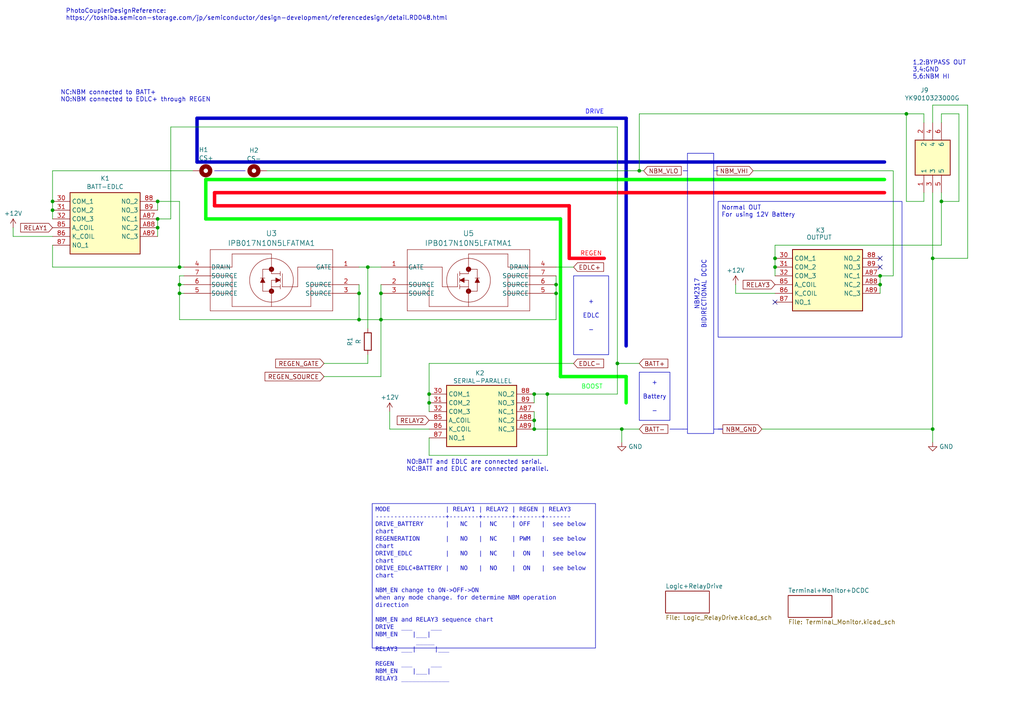
<source format=kicad_sch>
(kicad_sch
	(version 20231120)
	(generator "eeschema")
	(generator_version "8.0")
	(uuid "c43315c6-ffb1-48c3-9d81-d52b54d5b341")
	(paper "A4")
	(lib_symbols
		(symbol "A3K1CSP12VDC1.6D:A3K1CSP12VDC1.6D"
			(exclude_from_sim no)
			(in_bom yes)
			(on_board yes)
			(property "Reference" "K"
				(at 26.67 7.62 0)
				(effects
					(font
						(size 1.27 1.27)
					)
					(justify left top)
				)
			)
			(property "Value" "A3K1CSP12VDC1.6D"
				(at 26.67 5.08 0)
				(effects
					(font
						(size 1.27 1.27)
					)
					(justify left top)
				)
			)
			(property "Footprint" "A3K1CSP12VDC16D"
				(at 26.67 -94.92 0)
				(effects
					(font
						(size 1.27 1.27)
					)
					(justify left top)
					(hide yes)
				)
			)
			(property "Datasheet" "https://g.componentsearchengine.com/Datasheets/0/17258424.pdf"
				(at 26.67 -194.92 0)
				(effects
					(font
						(size 1.27 1.27)
					)
					(justify left top)
					(hide yes)
				)
			)
			(property "Description" "RELAY AUTOMOTIVE SPDT 150A 12V "
				(at 0 0 0)
				(effects
					(font
						(size 1.27 1.27)
					)
					(hide yes)
				)
			)
			(property "Height" "24.5"
				(at 26.67 -394.92 0)
				(effects
					(font
						(size 1.27 1.27)
					)
					(justify left top)
					(hide yes)
				)
			)
			(property "Manufacturer_Name" "CIT Relay & Switch"
				(at 26.67 -494.92 0)
				(effects
					(font
						(size 1.27 1.27)
					)
					(justify left top)
					(hide yes)
				)
			)
			(property "Manufacturer_Part_Number" "A3K1CSP12VDC1.6D"
				(at 26.67 -594.92 0)
				(effects
					(font
						(size 1.27 1.27)
					)
					(justify left top)
					(hide yes)
				)
			)
			(property "Mouser Part Number" ""
				(at 26.67 -694.92 0)
				(effects
					(font
						(size 1.27 1.27)
					)
					(justify left top)
					(hide yes)
				)
			)
			(property "Mouser Price/Stock" ""
				(at 26.67 -794.92 0)
				(effects
					(font
						(size 1.27 1.27)
					)
					(justify left top)
					(hide yes)
				)
			)
			(property "Arrow Part Number" ""
				(at 26.67 -894.92 0)
				(effects
					(font
						(size 1.27 1.27)
					)
					(justify left top)
					(hide yes)
				)
			)
			(property "Arrow Price/Stock" ""
				(at 26.67 -994.92 0)
				(effects
					(font
						(size 1.27 1.27)
					)
					(justify left top)
					(hide yes)
				)
			)
			(symbol "A3K1CSP12VDC1.6D_1_1"
				(rectangle
					(start 5.08 2.54)
					(end 25.4 -15.24)
					(stroke
						(width 0.254)
						(type default)
					)
					(fill
						(type background)
					)
				)
				(pin passive line
					(at 0 0 0)
					(length 5.08)
					(name "COM_1"
						(effects
							(font
								(size 1.27 1.27)
							)
						)
					)
					(number "30"
						(effects
							(font
								(size 1.27 1.27)
							)
						)
					)
				)
				(pin passive line
					(at 0 -2.54 0)
					(length 5.08)
					(name "COM_2"
						(effects
							(font
								(size 1.27 1.27)
							)
						)
					)
					(number "31"
						(effects
							(font
								(size 1.27 1.27)
							)
						)
					)
				)
				(pin passive line
					(at 0 -5.08 0)
					(length 5.08)
					(name "COM_3"
						(effects
							(font
								(size 1.27 1.27)
							)
						)
					)
					(number "32"
						(effects
							(font
								(size 1.27 1.27)
							)
						)
					)
				)
				(pin passive line
					(at 0 -7.62 0)
					(length 5.08)
					(name "A_COIL"
						(effects
							(font
								(size 1.27 1.27)
							)
						)
					)
					(number "85"
						(effects
							(font
								(size 1.27 1.27)
							)
						)
					)
				)
				(pin passive line
					(at 0 -10.16 0)
					(length 5.08)
					(name "K_COIL"
						(effects
							(font
								(size 1.27 1.27)
							)
						)
					)
					(number "86"
						(effects
							(font
								(size 1.27 1.27)
							)
						)
					)
				)
				(pin passive line
					(at 0 -12.7 0)
					(length 5.08)
					(name "NO_1"
						(effects
							(font
								(size 1.27 1.27)
							)
						)
					)
					(number "87"
						(effects
							(font
								(size 1.27 1.27)
							)
						)
					)
				)
				(pin passive line
					(at 30.48 0 180)
					(length 5.08)
					(name "NO_2"
						(effects
							(font
								(size 1.27 1.27)
							)
						)
					)
					(number "88"
						(effects
							(font
								(size 1.27 1.27)
							)
						)
					)
				)
				(pin passive line
					(at 30.48 -2.54 180)
					(length 5.08)
					(name "NO_3"
						(effects
							(font
								(size 1.27 1.27)
							)
						)
					)
					(number "89"
						(effects
							(font
								(size 1.27 1.27)
							)
						)
					)
				)
				(pin passive line
					(at 30.48 -5.08 180)
					(length 5.08)
					(name "NC_1"
						(effects
							(font
								(size 1.27 1.27)
							)
						)
					)
					(number "A87"
						(effects
							(font
								(size 1.27 1.27)
							)
						)
					)
				)
				(pin passive line
					(at 30.48 -7.62 180)
					(length 5.08)
					(name "NC_2"
						(effects
							(font
								(size 1.27 1.27)
							)
						)
					)
					(number "A88"
						(effects
							(font
								(size 1.27 1.27)
							)
						)
					)
				)
				(pin passive line
					(at 30.48 -10.16 180)
					(length 5.08)
					(name "NC_3"
						(effects
							(font
								(size 1.27 1.27)
							)
						)
					)
					(number "A89"
						(effects
							(font
								(size 1.27 1.27)
							)
						)
					)
				)
			)
		)
		(symbol "Device:R"
			(pin_numbers hide)
			(pin_names
				(offset 0)
			)
			(exclude_from_sim no)
			(in_bom yes)
			(on_board yes)
			(property "Reference" "R"
				(at 2.032 0 90)
				(effects
					(font
						(size 1.27 1.27)
					)
				)
			)
			(property "Value" "R"
				(at 0 0 90)
				(effects
					(font
						(size 1.27 1.27)
					)
				)
			)
			(property "Footprint" ""
				(at -1.778 0 90)
				(effects
					(font
						(size 1.27 1.27)
					)
					(hide yes)
				)
			)
			(property "Datasheet" "~"
				(at 0 0 0)
				(effects
					(font
						(size 1.27 1.27)
					)
					(hide yes)
				)
			)
			(property "Description" "Resistor"
				(at 0 0 0)
				(effects
					(font
						(size 1.27 1.27)
					)
					(hide yes)
				)
			)
			(property "ki_keywords" "R res resistor"
				(at 0 0 0)
				(effects
					(font
						(size 1.27 1.27)
					)
					(hide yes)
				)
			)
			(property "ki_fp_filters" "R_*"
				(at 0 0 0)
				(effects
					(font
						(size 1.27 1.27)
					)
					(hide yes)
				)
			)
			(symbol "R_0_1"
				(rectangle
					(start -1.016 -2.54)
					(end 1.016 2.54)
					(stroke
						(width 0.254)
						(type default)
					)
					(fill
						(type none)
					)
				)
			)
			(symbol "R_1_1"
				(pin passive line
					(at 0 3.81 270)
					(length 1.27)
					(name "~"
						(effects
							(font
								(size 1.27 1.27)
							)
						)
					)
					(number "1"
						(effects
							(font
								(size 1.27 1.27)
							)
						)
					)
				)
				(pin passive line
					(at 0 -3.81 90)
					(length 1.27)
					(name "~"
						(effects
							(font
								(size 1.27 1.27)
							)
						)
					)
					(number "2"
						(effects
							(font
								(size 1.27 1.27)
							)
						)
					)
				)
			)
		)
		(symbol "IPB017N10N5LFATMA1:IPB017N10N5LFATMA1"
			(pin_names
				(offset 0.254)
			)
			(exclude_from_sim no)
			(in_bom yes)
			(on_board yes)
			(property "Reference" "U"
				(at 25.4 10.16 0)
				(effects
					(font
						(size 1.524 1.524)
					)
				)
			)
			(property "Value" "IPB017N10N5LFATMA1"
				(at 25.4 7.62 0)
				(effects
					(font
						(size 1.524 1.524)
					)
				)
			)
			(property "Footprint" "PG-TO 263-7_INF"
				(at 0 0 0)
				(effects
					(font
						(size 1.27 1.27)
						(italic yes)
					)
					(hide yes)
				)
			)
			(property "Datasheet" "IPB017N10N5LFATMA1"
				(at 0 0 0)
				(effects
					(font
						(size 1.27 1.27)
						(italic yes)
					)
					(hide yes)
				)
			)
			(property "Description" ""
				(at 0 0 0)
				(effects
					(font
						(size 1.27 1.27)
					)
					(hide yes)
				)
			)
			(property "ki_locked" ""
				(at 0 0 0)
				(effects
					(font
						(size 1.27 1.27)
					)
				)
			)
			(property "ki_keywords" "IPB017N10N5LFATMA1"
				(at 0 0 0)
				(effects
					(font
						(size 1.27 1.27)
					)
					(hide yes)
				)
			)
			(property "ki_fp_filters" "PG-TO 263-7_INF PG-TO 263-7_INF-M PG-TO 263-7_INF-L"
				(at 0 0 0)
				(effects
					(font
						(size 1.27 1.27)
					)
					(hide yes)
				)
			)
			(symbol "IPB017N10N5LFATMA1_0_1"
				(polyline
					(pts
						(xy 7.62 -12.7) (xy 43.18 -12.7)
					)
					(stroke
						(width 0.127)
						(type default)
					)
					(fill
						(type none)
					)
				)
				(polyline
					(pts
						(xy 7.62 -7.62) (xy 13.97 -7.62)
					)
					(stroke
						(width 0.127)
						(type default)
					)
					(fill
						(type none)
					)
				)
				(polyline
					(pts
						(xy 7.62 -5.08) (xy 13.97 -5.08)
					)
					(stroke
						(width 0.127)
						(type default)
					)
					(fill
						(type none)
					)
				)
				(polyline
					(pts
						(xy 7.62 5.08) (xy 7.62 -12.7)
					)
					(stroke
						(width 0.127)
						(type default)
					)
					(fill
						(type none)
					)
				)
				(polyline
					(pts
						(xy 13.97 -11.43) (xy 36.83 -11.43)
					)
					(stroke
						(width 0.127)
						(type default)
					)
					(fill
						(type none)
					)
				)
				(polyline
					(pts
						(xy 13.97 -5.08) (xy 13.97 -11.43)
					)
					(stroke
						(width 0.127)
						(type default)
					)
					(fill
						(type none)
					)
				)
				(polyline
					(pts
						(xy 17.78 -5.715) (xy 17.78 0)
					)
					(stroke
						(width 0.127)
						(type default)
					)
					(fill
						(type none)
					)
				)
				(polyline
					(pts
						(xy 17.78 0) (xy 7.62 0)
					)
					(stroke
						(width 0.127)
						(type default)
					)
					(fill
						(type none)
					)
				)
				(polyline
					(pts
						(xy 22.225 -5.715) (xy 17.78 -5.715)
					)
					(stroke
						(width 0.127)
						(type default)
					)
					(fill
						(type none)
					)
				)
				(polyline
					(pts
						(xy 22.225 -1.905) (xy 22.225 -5.715)
					)
					(stroke
						(width 0.127)
						(type default)
					)
					(fill
						(type none)
					)
				)
				(polyline
					(pts
						(xy 22.86 -5.715) (xy 25.4 -5.715)
					)
					(stroke
						(width 0.127)
						(type default)
					)
					(fill
						(type none)
					)
				)
				(polyline
					(pts
						(xy 22.86 -5.08) (xy 22.86 -6.35)
					)
					(stroke
						(width 0.127)
						(type default)
					)
					(fill
						(type none)
					)
				)
				(polyline
					(pts
						(xy 22.86 -3.81) (xy 24.13 -4.445)
					)
					(stroke
						(width 0.127)
						(type default)
					)
					(fill
						(type none)
					)
				)
				(polyline
					(pts
						(xy 22.86 -3.81) (xy 24.13 -3.175)
					)
					(stroke
						(width 0.127)
						(type default)
					)
					(fill
						(type none)
					)
				)
				(polyline
					(pts
						(xy 22.86 -3.175) (xy 22.86 -4.445)
					)
					(stroke
						(width 0.127)
						(type default)
					)
					(fill
						(type none)
					)
				)
				(polyline
					(pts
						(xy 22.86 -2.54) (xy 22.86 -1.27)
					)
					(stroke
						(width 0.127)
						(type default)
					)
					(fill
						(type none)
					)
				)
				(polyline
					(pts
						(xy 22.86 -1.905) (xy 25.4 -1.905)
					)
					(stroke
						(width 0.127)
						(type default)
					)
					(fill
						(type none)
					)
				)
				(polyline
					(pts
						(xy 24.13 -3.175) (xy 24.13 -4.445)
					)
					(stroke
						(width 0.127)
						(type default)
					)
					(fill
						(type none)
					)
				)
				(polyline
					(pts
						(xy 25.4 -6.985) (xy 27.94 -6.985)
					)
					(stroke
						(width 0.127)
						(type default)
					)
					(fill
						(type none)
					)
				)
				(polyline
					(pts
						(xy 25.4 -3.81) (xy 22.86 -3.81)
					)
					(stroke
						(width 0.127)
						(type default)
					)
					(fill
						(type none)
					)
				)
				(polyline
					(pts
						(xy 25.4 -3.81) (xy 25.4 -11.43)
					)
					(stroke
						(width 0.127)
						(type default)
					)
					(fill
						(type none)
					)
				)
				(polyline
					(pts
						(xy 25.4 -1.905) (xy 25.4 3.81)
					)
					(stroke
						(width 0.127)
						(type default)
					)
					(fill
						(type none)
					)
				)
				(polyline
					(pts
						(xy 25.4 -0.635) (xy 27.94 -0.635)
					)
					(stroke
						(width 0.127)
						(type default)
					)
					(fill
						(type none)
					)
				)
				(polyline
					(pts
						(xy 25.4 3.81) (xy 36.83 3.81)
					)
					(stroke
						(width 0.127)
						(type default)
					)
					(fill
						(type none)
					)
				)
				(polyline
					(pts
						(xy 27.305 -4.445) (xy 28.575 -4.445)
					)
					(stroke
						(width 0.127)
						(type default)
					)
					(fill
						(type none)
					)
				)
				(polyline
					(pts
						(xy 27.305 -3.175) (xy 28.575 -3.175)
					)
					(stroke
						(width 0.127)
						(type default)
					)
					(fill
						(type none)
					)
				)
				(polyline
					(pts
						(xy 27.94 -6.985) (xy 27.94 -0.635)
					)
					(stroke
						(width 0.127)
						(type default)
					)
					(fill
						(type none)
					)
				)
				(polyline
					(pts
						(xy 27.94 -3.175) (xy 27.305 -4.445)
					)
					(stroke
						(width 0.127)
						(type default)
					)
					(fill
						(type none)
					)
				)
				(polyline
					(pts
						(xy 28.575 -4.445) (xy 27.94 -3.175)
					)
					(stroke
						(width 0.127)
						(type default)
					)
					(fill
						(type none)
					)
				)
				(polyline
					(pts
						(xy 36.83 -11.43) (xy 36.83 -2.54)
					)
					(stroke
						(width 0.127)
						(type default)
					)
					(fill
						(type none)
					)
				)
				(polyline
					(pts
						(xy 36.83 -2.54) (xy 43.18 -2.54)
					)
					(stroke
						(width 0.127)
						(type default)
					)
					(fill
						(type none)
					)
				)
				(polyline
					(pts
						(xy 36.83 0) (xy 43.18 0)
					)
					(stroke
						(width 0.127)
						(type default)
					)
					(fill
						(type none)
					)
				)
				(polyline
					(pts
						(xy 36.83 3.81) (xy 36.83 0)
					)
					(stroke
						(width 0.127)
						(type default)
					)
					(fill
						(type none)
					)
				)
				(polyline
					(pts
						(xy 43.18 -12.7) (xy 43.18 5.08)
					)
					(stroke
						(width 0.127)
						(type default)
					)
					(fill
						(type none)
					)
				)
				(polyline
					(pts
						(xy 43.18 -7.62) (xy 36.83 -7.62)
					)
					(stroke
						(width 0.127)
						(type default)
					)
					(fill
						(type none)
					)
				)
				(polyline
					(pts
						(xy 43.18 -5.08) (xy 36.83 -5.08)
					)
					(stroke
						(width 0.127)
						(type default)
					)
					(fill
						(type none)
					)
				)
				(polyline
					(pts
						(xy 43.18 5.08) (xy 7.62 5.08)
					)
					(stroke
						(width 0.127)
						(type default)
					)
					(fill
						(type none)
					)
				)
				(polyline
					(pts
						(xy 22.86 -3.81) (xy 24.13 -3.175) (xy 24.13 -4.445)
					)
					(stroke
						(width 0)
						(type default)
					)
					(fill
						(type outline)
					)
				)
				(polyline
					(pts
						(xy 27.305 -4.445) (xy 28.575 -4.445) (xy 27.94 -3.175)
					)
					(stroke
						(width 0)
						(type default)
					)
					(fill
						(type outline)
					)
				)
				(circle
					(center 25.4 -6.985)
					(radius 0.127)
					(stroke
						(width 0.635)
						(type default)
					)
					(fill
						(type none)
					)
				)
				(circle
					(center 25.4 -3.81)
					(radius 6.35)
					(stroke
						(width 0.127)
						(type default)
					)
					(fill
						(type none)
					)
				)
				(circle
					(center 25.4 -0.635)
					(radius 0.127)
					(stroke
						(width 0.635)
						(type default)
					)
					(fill
						(type none)
					)
				)
				(pin unspecified line
					(at 0 0 0)
					(length 7.62)
					(name "GATE"
						(effects
							(font
								(size 1.27 1.27)
							)
						)
					)
					(number "1"
						(effects
							(font
								(size 1.27 1.27)
							)
						)
					)
				)
				(pin unspecified line
					(at 0 -5.08 0)
					(length 7.62)
					(name "SOURCE"
						(effects
							(font
								(size 1.27 1.27)
							)
						)
					)
					(number "2"
						(effects
							(font
								(size 1.27 1.27)
							)
						)
					)
				)
				(pin unspecified line
					(at 0 -7.62 0)
					(length 7.62)
					(name "SOURCE"
						(effects
							(font
								(size 1.27 1.27)
							)
						)
					)
					(number "3"
						(effects
							(font
								(size 1.27 1.27)
							)
						)
					)
				)
				(pin unspecified line
					(at 50.8 0 180)
					(length 7.62)
					(name "DRAIN"
						(effects
							(font
								(size 1.27 1.27)
							)
						)
					)
					(number "4"
						(effects
							(font
								(size 1.27 1.27)
							)
						)
					)
				)
				(pin unspecified line
					(at 50.8 -7.62 180)
					(length 7.62)
					(name "SOURCE"
						(effects
							(font
								(size 1.27 1.27)
							)
						)
					)
					(number "5"
						(effects
							(font
								(size 1.27 1.27)
							)
						)
					)
				)
				(pin unspecified line
					(at 50.8 -5.08 180)
					(length 7.62)
					(name "SOURCE"
						(effects
							(font
								(size 1.27 1.27)
							)
						)
					)
					(number "6"
						(effects
							(font
								(size 1.27 1.27)
							)
						)
					)
				)
				(pin unspecified line
					(at 50.8 -2.54 180)
					(length 7.62)
					(name "SOURCE"
						(effects
							(font
								(size 1.27 1.27)
							)
						)
					)
					(number "7"
						(effects
							(font
								(size 1.27 1.27)
							)
						)
					)
				)
			)
		)
		(symbol "Mechanical:MountingHole_Pad"
			(pin_numbers hide)
			(pin_names
				(offset 1.016) hide)
			(exclude_from_sim yes)
			(in_bom no)
			(on_board yes)
			(property "Reference" "H"
				(at 0 6.35 0)
				(effects
					(font
						(size 1.27 1.27)
					)
				)
			)
			(property "Value" "MountingHole_Pad"
				(at 0 4.445 0)
				(effects
					(font
						(size 1.27 1.27)
					)
				)
			)
			(property "Footprint" ""
				(at 0 0 0)
				(effects
					(font
						(size 1.27 1.27)
					)
					(hide yes)
				)
			)
			(property "Datasheet" "~"
				(at 0 0 0)
				(effects
					(font
						(size 1.27 1.27)
					)
					(hide yes)
				)
			)
			(property "Description" "Mounting Hole with connection"
				(at 0 0 0)
				(effects
					(font
						(size 1.27 1.27)
					)
					(hide yes)
				)
			)
			(property "ki_keywords" "mounting hole"
				(at 0 0 0)
				(effects
					(font
						(size 1.27 1.27)
					)
					(hide yes)
				)
			)
			(property "ki_fp_filters" "MountingHole*Pad*"
				(at 0 0 0)
				(effects
					(font
						(size 1.27 1.27)
					)
					(hide yes)
				)
			)
			(symbol "MountingHole_Pad_0_1"
				(circle
					(center 0 1.27)
					(radius 1.27)
					(stroke
						(width 1.27)
						(type default)
					)
					(fill
						(type none)
					)
				)
			)
			(symbol "MountingHole_Pad_1_1"
				(pin input line
					(at 0 -2.54 90)
					(length 2.54)
					(name "1"
						(effects
							(font
								(size 1.27 1.27)
							)
						)
					)
					(number "1"
						(effects
							(font
								(size 1.27 1.27)
							)
						)
					)
				)
			)
		)
		(symbol "YK9010323000G:YK9010323000G"
			(exclude_from_sim no)
			(in_bom yes)
			(on_board yes)
			(property "Reference" "J"
				(at 16.51 7.62 0)
				(effects
					(font
						(size 1.27 1.27)
					)
					(justify left top)
				)
			)
			(property "Value" "YK9010323000G"
				(at 16.51 5.08 0)
				(effects
					(font
						(size 1.27 1.27)
					)
					(justify left top)
				)
			)
			(property "Footprint" "YK9010323000G"
				(at 16.51 -94.92 0)
				(effects
					(font
						(size 1.27 1.27)
					)
					(justify left top)
					(hide yes)
				)
			)
			(property "Datasheet" "https://www.mouser.co.uk/datasheet/2/18/1/GBaMxIyb957x-1379513.pdf"
				(at 16.51 -194.92 0)
				(effects
					(font
						(size 1.27 1.27)
					)
					(justify left top)
					(hide yes)
				)
			)
			(property "Description" "Barrier Terminal Blocks TB BARRIER W/COVER"
				(at 0 0 0)
				(effects
					(font
						(size 1.27 1.27)
					)
					(hide yes)
				)
			)
			(property "Height" "28.4"
				(at 16.51 -394.92 0)
				(effects
					(font
						(size 1.27 1.27)
					)
					(justify left top)
					(hide yes)
				)
			)
			(property "Manufacturer_Name" "Amphenol"
				(at 16.51 -494.92 0)
				(effects
					(font
						(size 1.27 1.27)
					)
					(justify left top)
					(hide yes)
				)
			)
			(property "Manufacturer_Part_Number" "YK9010323000G"
				(at 16.51 -594.92 0)
				(effects
					(font
						(size 1.27 1.27)
					)
					(justify left top)
					(hide yes)
				)
			)
			(property "Mouser Part Number" "649-YK90103230J0G"
				(at 16.51 -694.92 0)
				(effects
					(font
						(size 1.27 1.27)
					)
					(justify left top)
					(hide yes)
				)
			)
			(property "Mouser Price/Stock" "https://www.mouser.co.uk/ProductDetail/Amphenol-Anytek/YK9010323000G?qs=Mv7BduZupUgt%2F6dCeQIgqg%3D%3D"
				(at 16.51 -794.92 0)
				(effects
					(font
						(size 1.27 1.27)
					)
					(justify left top)
					(hide yes)
				)
			)
			(property "Arrow Part Number" ""
				(at 16.51 -894.92 0)
				(effects
					(font
						(size 1.27 1.27)
					)
					(justify left top)
					(hide yes)
				)
			)
			(property "Arrow Price/Stock" ""
				(at 16.51 -994.92 0)
				(effects
					(font
						(size 1.27 1.27)
					)
					(justify left top)
					(hide yes)
				)
			)
			(symbol "YK9010323000G_1_1"
				(rectangle
					(start 5.08 2.54)
					(end 15.24 -7.62)
					(stroke
						(width 0.254)
						(type default)
					)
					(fill
						(type background)
					)
				)
				(pin passive line
					(at 0 0 0)
					(length 5.08)
					(name "1"
						(effects
							(font
								(size 1.27 1.27)
							)
						)
					)
					(number "1"
						(effects
							(font
								(size 1.27 1.27)
							)
						)
					)
				)
				(pin passive line
					(at 20.32 0 180)
					(length 5.08)
					(name "2"
						(effects
							(font
								(size 1.27 1.27)
							)
						)
					)
					(number "2"
						(effects
							(font
								(size 1.27 1.27)
							)
						)
					)
				)
				(pin passive line
					(at 0 -2.54 0)
					(length 5.08)
					(name "3"
						(effects
							(font
								(size 1.27 1.27)
							)
						)
					)
					(number "3"
						(effects
							(font
								(size 1.27 1.27)
							)
						)
					)
				)
				(pin passive line
					(at 20.32 -2.54 180)
					(length 5.08)
					(name "4"
						(effects
							(font
								(size 1.27 1.27)
							)
						)
					)
					(number "4"
						(effects
							(font
								(size 1.27 1.27)
							)
						)
					)
				)
				(pin passive line
					(at 0 -5.08 0)
					(length 5.08)
					(name "5"
						(effects
							(font
								(size 1.27 1.27)
							)
						)
					)
					(number "5"
						(effects
							(font
								(size 1.27 1.27)
							)
						)
					)
				)
				(pin passive line
					(at 20.32 -5.08 180)
					(length 5.08)
					(name "6"
						(effects
							(font
								(size 1.27 1.27)
							)
						)
					)
					(number "6"
						(effects
							(font
								(size 1.27 1.27)
							)
						)
					)
				)
			)
		)
		(symbol "power:+12V"
			(power)
			(pin_numbers hide)
			(pin_names
				(offset 0) hide)
			(exclude_from_sim no)
			(in_bom yes)
			(on_board yes)
			(property "Reference" "#PWR"
				(at 0 -3.81 0)
				(effects
					(font
						(size 1.27 1.27)
					)
					(hide yes)
				)
			)
			(property "Value" "+12V"
				(at 0 3.556 0)
				(effects
					(font
						(size 1.27 1.27)
					)
				)
			)
			(property "Footprint" ""
				(at 0 0 0)
				(effects
					(font
						(size 1.27 1.27)
					)
					(hide yes)
				)
			)
			(property "Datasheet" ""
				(at 0 0 0)
				(effects
					(font
						(size 1.27 1.27)
					)
					(hide yes)
				)
			)
			(property "Description" "Power symbol creates a global label with name \"+12V\""
				(at 0 0 0)
				(effects
					(font
						(size 1.27 1.27)
					)
					(hide yes)
				)
			)
			(property "ki_keywords" "global power"
				(at 0 0 0)
				(effects
					(font
						(size 1.27 1.27)
					)
					(hide yes)
				)
			)
			(symbol "+12V_0_1"
				(polyline
					(pts
						(xy -0.762 1.27) (xy 0 2.54)
					)
					(stroke
						(width 0)
						(type default)
					)
					(fill
						(type none)
					)
				)
				(polyline
					(pts
						(xy 0 0) (xy 0 2.54)
					)
					(stroke
						(width 0)
						(type default)
					)
					(fill
						(type none)
					)
				)
				(polyline
					(pts
						(xy 0 2.54) (xy 0.762 1.27)
					)
					(stroke
						(width 0)
						(type default)
					)
					(fill
						(type none)
					)
				)
			)
			(symbol "+12V_1_1"
				(pin power_in line
					(at 0 0 90)
					(length 0)
					(name "~"
						(effects
							(font
								(size 1.27 1.27)
							)
						)
					)
					(number "1"
						(effects
							(font
								(size 1.27 1.27)
							)
						)
					)
				)
			)
		)
		(symbol "power:GND"
			(power)
			(pin_numbers hide)
			(pin_names
				(offset 0) hide)
			(exclude_from_sim no)
			(in_bom yes)
			(on_board yes)
			(property "Reference" "#PWR"
				(at 0 -6.35 0)
				(effects
					(font
						(size 1.27 1.27)
					)
					(hide yes)
				)
			)
			(property "Value" "GND"
				(at 0 -3.81 0)
				(effects
					(font
						(size 1.27 1.27)
					)
				)
			)
			(property "Footprint" ""
				(at 0 0 0)
				(effects
					(font
						(size 1.27 1.27)
					)
					(hide yes)
				)
			)
			(property "Datasheet" ""
				(at 0 0 0)
				(effects
					(font
						(size 1.27 1.27)
					)
					(hide yes)
				)
			)
			(property "Description" "Power symbol creates a global label with name \"GND\" , ground"
				(at 0 0 0)
				(effects
					(font
						(size 1.27 1.27)
					)
					(hide yes)
				)
			)
			(property "ki_keywords" "global power"
				(at 0 0 0)
				(effects
					(font
						(size 1.27 1.27)
					)
					(hide yes)
				)
			)
			(symbol "GND_0_1"
				(polyline
					(pts
						(xy 0 0) (xy 0 -1.27) (xy 1.27 -1.27) (xy 0 -2.54) (xy -1.27 -1.27) (xy 0 -1.27)
					)
					(stroke
						(width 0)
						(type default)
					)
					(fill
						(type none)
					)
				)
			)
			(symbol "GND_1_1"
				(pin power_in line
					(at 0 0 270)
					(length 0)
					(name "~"
						(effects
							(font
								(size 1.27 1.27)
							)
						)
					)
					(number "1"
						(effects
							(font
								(size 1.27 1.27)
							)
						)
					)
				)
			)
		)
	)
	(junction
		(at 161.29 82.55)
		(diameter 0)
		(color 0 0 0 0)
		(uuid "00644104-9961-4bda-9926-fb086f3fc741")
	)
	(junction
		(at 15.24 58.42)
		(diameter 0)
		(color 0 0 0 0)
		(uuid "08725b5c-7d89-4c5d-8fde-edded79881ab")
	)
	(junction
		(at 104.14 85.09)
		(diameter 0)
		(color 0 0 0 0)
		(uuid "135f39c0-1e13-4589-aaa5-357e3e721c2c")
	)
	(junction
		(at 45.72 66.04)
		(diameter 0)
		(color 0 0 0 0)
		(uuid "1dd76347-712b-4e20-977d-4f8b82da8047")
	)
	(junction
		(at 124.46 114.3)
		(diameter 0)
		(color 0 0 0 0)
		(uuid "2b840a2b-614b-4f9c-870f-f9d9f5cfcd59")
	)
	(junction
		(at 180.34 124.46)
		(diameter 0)
		(color 0 0 0 0)
		(uuid "2e386ab1-f686-4531-b5e2-121f3d540734")
	)
	(junction
		(at 154.94 114.3)
		(diameter 0)
		(color 0 0 0 0)
		(uuid "371847da-4ea2-4132-9c19-382bc68fdd9e")
	)
	(junction
		(at 110.49 92.71)
		(diameter 0)
		(color 0 0 0 0)
		(uuid "42e4818a-3e96-4169-9b96-4882761038a9")
	)
	(junction
		(at 255.27 82.55)
		(diameter 0)
		(color 0 0 0 0)
		(uuid "4c1848ee-d5c3-4ea6-9da6-804408e8f388")
	)
	(junction
		(at 262.89 33.02)
		(diameter 0)
		(color 0 0 0 0)
		(uuid "521f3797-c079-4407-aa36-697de409692a")
	)
	(junction
		(at 154.94 121.92)
		(diameter 0)
		(color 0 0 0 0)
		(uuid "59fe1494-4ce0-48a7-a6ed-6a6b7decd84b")
	)
	(junction
		(at 154.94 124.46)
		(diameter 0)
		(color 0 0 0 0)
		(uuid "83609eba-f3d7-480d-ac48-8f1b177608b5")
	)
	(junction
		(at 224.79 74.93)
		(diameter 0)
		(color 0 0 0 0)
		(uuid "8aae0601-6598-449a-8678-eeeb0a15cd4b")
	)
	(junction
		(at 185.42 49.53)
		(diameter 0)
		(color 0 0 0 0)
		(uuid "8f5e72ca-c8e4-40e8-9638-c227e11a5fec")
	)
	(junction
		(at 52.07 85.09)
		(diameter 0)
		(color 0 0 0 0)
		(uuid "90aa1372-4362-4095-8778-9a424ddf649a")
	)
	(junction
		(at 270.51 124.46)
		(diameter 0)
		(color 0 0 0 0)
		(uuid "956c8b2f-d30c-4c66-ab19-ee13c0677aa5")
	)
	(junction
		(at 45.72 58.42)
		(diameter 0)
		(color 0 0 0 0)
		(uuid "a8376f89-8025-455e-95fa-30299e894dbb")
	)
	(junction
		(at 124.46 116.84)
		(diameter 0)
		(color 0 0 0 0)
		(uuid "ac58aa76-e516-4742-aef8-1e548fb07973")
	)
	(junction
		(at 45.72 63.5)
		(diameter 0)
		(color 0 0 0 0)
		(uuid "b0905eb0-cad6-4867-abac-264274004242")
	)
	(junction
		(at 15.24 60.96)
		(diameter 0)
		(color 0 0 0 0)
		(uuid "b0a25a7d-32c7-45f3-8c1d-afe2638ef782")
	)
	(junction
		(at 255.27 80.01)
		(diameter 0)
		(color 0 0 0 0)
		(uuid "b2dbf0a3-89f0-4f6b-9b25-c56b3e855946")
	)
	(junction
		(at 270.51 74.93)
		(diameter 0)
		(color 0 0 0 0)
		(uuid "ba4471f5-c212-4042-b1ce-2f4b6f6ceb86")
	)
	(junction
		(at 52.07 77.47)
		(diameter 0)
		(color 0 0 0 0)
		(uuid "bb88fe83-f904-4c77-929d-f7b4687e65da")
	)
	(junction
		(at 106.68 77.47)
		(diameter 0)
		(color 0 0 0 0)
		(uuid "bc35e278-0ee5-4ca0-b891-3dba30d4b375")
	)
	(junction
		(at 179.07 105.41)
		(diameter 0)
		(color 0 0 0 0)
		(uuid "cd0f7f1a-9527-4680-8265-2400ff8c64ba")
	)
	(junction
		(at 110.49 85.09)
		(diameter 0)
		(color 0 0 0 0)
		(uuid "d6cff246-aa20-4cf0-bb76-50015635cf02")
	)
	(junction
		(at 273.05 58.42)
		(diameter 0)
		(color 0 0 0 0)
		(uuid "d8e5f806-38b0-4b8d-808b-b27af16aee72")
	)
	(junction
		(at 52.07 82.55)
		(diameter 0)
		(color 0 0 0 0)
		(uuid "d9ae8534-b72a-4a79-a5cf-b5cefa5717cd")
	)
	(junction
		(at 158.75 114.3)
		(diameter 0)
		(color 0 0 0 0)
		(uuid "ef58b774-5144-4dd0-b4f4-07abc7e82401")
	)
	(junction
		(at 161.29 85.09)
		(diameter 0)
		(color 0 0 0 0)
		(uuid "f4914601-a000-403a-a39d-312cc39616ed")
	)
	(junction
		(at 224.79 77.47)
		(diameter 0)
		(color 0 0 0 0)
		(uuid "fc8a8de7-d271-425f-a3e7-1c0f7968b318")
	)
	(junction
		(at 104.14 92.71)
		(diameter 0)
		(color 0 0 0 0)
		(uuid "fce5c736-263b-4fe5-a2d3-70e0552e03a2")
	)
	(no_connect
		(at 224.79 87.63)
		(uuid "256cb5c1-d00c-4e62-8965-f38e1d3e072e")
	)
	(no_connect
		(at 255.27 77.47)
		(uuid "31fa840e-c604-428f-92fe-76a96eb03eb7")
	)
	(no_connect
		(at 255.27 74.93)
		(uuid "7a6a5743-c90b-4619-b5a5-5b5df88083cc")
	)
	(wire
		(pts
			(xy 262.89 33.02) (xy 267.97 33.02)
		)
		(stroke
			(width 0)
			(type default)
		)
		(uuid "023213a2-45ce-4211-a1cd-c582f886058d")
	)
	(wire
		(pts
			(xy 124.46 114.3) (xy 124.46 105.41)
		)
		(stroke
			(width 0)
			(type default)
		)
		(uuid "0579364a-3003-4bf7-a737-d909fb75cb08")
	)
	(polyline
		(pts
			(xy 181.61 34.29) (xy 181.61 100.33)
		)
		(stroke
			(width 1)
			(type solid)
		)
		(uuid "0a4b71e3-5b1b-4f41-8c0f-b5e42676dbff")
	)
	(wire
		(pts
			(xy 154.94 114.3) (xy 158.75 114.3)
		)
		(stroke
			(width 0)
			(type default)
		)
		(uuid "0b2d4682-99ab-40c1-8806-373b623e0fb9")
	)
	(wire
		(pts
			(xy 218.44 49.53) (xy 259.08 49.53)
		)
		(stroke
			(width 0)
			(type default)
		)
		(uuid "125890d7-3833-4a63-a2ea-f498ab1b9f3b")
	)
	(polyline
		(pts
			(xy 208.28 124.46) (xy 209.55 124.46)
		)
		(stroke
			(width 0)
			(type default)
		)
		(uuid "134bf919-7038-4029-9ca6-29e5d99c1549")
	)
	(wire
		(pts
			(xy 270.51 128.27) (xy 270.51 124.46)
		)
		(stroke
			(width 0)
			(type default)
		)
		(uuid "13ea13bd-f38f-4307-88e8-c0907147160d")
	)
	(polyline
		(pts
			(xy 194.31 124.46) (xy 198.12 124.46)
		)
		(stroke
			(width 0)
			(type default)
		)
		(uuid "14cbed8f-58da-4522-83a4-0aecfd2adfa7")
	)
	(wire
		(pts
			(xy 273.05 71.12) (xy 273.05 58.42)
		)
		(stroke
			(width 0)
			(type default)
		)
		(uuid "161cbf28-dd94-467e-8e2d-f682c0e9d031")
	)
	(wire
		(pts
			(xy 104.14 92.71) (xy 110.49 92.71)
		)
		(stroke
			(width 0)
			(type default)
		)
		(uuid "1aae89b9-adb0-4035-8f1d-df7fbd4ceb6f")
	)
	(wire
		(pts
			(xy 52.07 82.55) (xy 52.07 85.09)
		)
		(stroke
			(width 0)
			(type default)
		)
		(uuid "1df8457c-2b3c-4931-b67f-569815d1c6bc")
	)
	(wire
		(pts
			(xy 15.24 49.53) (xy 55.88 49.53)
		)
		(stroke
			(width 0)
			(type default)
		)
		(uuid "20492ab3-c723-4528-ab0f-8726a501c62d")
	)
	(wire
		(pts
			(xy 161.29 82.55) (xy 161.29 80.01)
		)
		(stroke
			(width 0)
			(type default)
		)
		(uuid "230e5cf5-7da6-4eb8-8f90-a6f30203a40f")
	)
	(wire
		(pts
			(xy 273.05 35.56) (xy 273.05 33.02)
		)
		(stroke
			(width 0)
			(type default)
		)
		(uuid "23111ff4-c3c3-416b-bc80-2925eaae1df4")
	)
	(wire
		(pts
			(xy 49.53 63.5) (xy 45.72 63.5)
		)
		(stroke
			(width 0)
			(type default)
		)
		(uuid "232d652b-8929-40a3-90a4-df7537cb9d1c")
	)
	(wire
		(pts
			(xy 3.81 66.04) (xy 3.81 68.58)
		)
		(stroke
			(width 0)
			(type default)
		)
		(uuid "2418ab76-0c67-490e-953d-3bb7b387a329")
	)
	(wire
		(pts
			(xy 52.07 85.09) (xy 53.34 85.09)
		)
		(stroke
			(width 0)
			(type default)
		)
		(uuid "28c8266a-c191-42b5-98a9-0280eca3dc05")
	)
	(polyline
		(pts
			(xy 165.1 59.69) (xy 165.1 74.93)
		)
		(stroke
			(width 1)
			(type default)
			(color 255 0 22 1)
		)
		(uuid "29ed2441-794e-46b4-8d04-b81caefe237e")
	)
	(wire
		(pts
			(xy 45.72 58.42) (xy 52.07 58.42)
		)
		(stroke
			(width 0)
			(type default)
		)
		(uuid "2c4d778c-1fe5-446a-873b-d2f419d21374")
	)
	(wire
		(pts
			(xy 124.46 127) (xy 124.46 132.08)
		)
		(stroke
			(width 0)
			(type default)
		)
		(uuid "2dbea18f-6022-4512-b33c-ac2d9f330879")
	)
	(wire
		(pts
			(xy 106.68 77.47) (xy 110.49 77.47)
		)
		(stroke
			(width 0)
			(type default)
		)
		(uuid "3289037a-720a-4e26-b027-22c074b640e2")
	)
	(wire
		(pts
			(xy 255.27 80.01) (xy 255.27 82.55)
		)
		(stroke
			(width 0)
			(type default)
		)
		(uuid "34f925d5-0184-47f9-b52a-013dd910517b")
	)
	(wire
		(pts
			(xy 154.94 124.46) (xy 154.94 121.92)
		)
		(stroke
			(width 0)
			(type default)
		)
		(uuid "361558cd-b429-4af9-89e2-6abd8b1c6660")
	)
	(wire
		(pts
			(xy 179.07 36.83) (xy 179.07 105.41)
		)
		(stroke
			(width 0)
			(type default)
		)
		(uuid "3e421edb-f6af-46b4-9737-e22d707abb8b")
	)
	(wire
		(pts
			(xy 110.49 85.09) (xy 110.49 92.71)
		)
		(stroke
			(width 0)
			(type default)
		)
		(uuid "3f1f1e98-7afe-442a-98c1-b1af9b2ac91a")
	)
	(wire
		(pts
			(xy 161.29 92.71) (xy 161.29 85.09)
		)
		(stroke
			(width 0)
			(type default)
		)
		(uuid "41d9c458-09a0-4b17-ba11-145c059ecfbc")
	)
	(polyline
		(pts
			(xy 162.56 63.5) (xy 59.69 63.5)
		)
		(stroke
			(width 1)
			(type default)
			(color 8 255 13 1)
		)
		(uuid "453ccb22-f94e-41c5-a0db-501fe3c83b74")
	)
	(wire
		(pts
			(xy 161.29 85.09) (xy 161.29 82.55)
		)
		(stroke
			(width 0)
			(type default)
		)
		(uuid "46d251c8-d04f-4839-aa36-c5ab60c86a21")
	)
	(wire
		(pts
			(xy 180.34 124.46) (xy 185.42 124.46)
		)
		(stroke
			(width 0)
			(type default)
		)
		(uuid "47bed0d4-dd47-491b-95a0-ffada5590d93")
	)
	(wire
		(pts
			(xy 124.46 105.41) (xy 166.37 105.41)
		)
		(stroke
			(width 0)
			(type default)
		)
		(uuid "49cd4de6-8e8b-4077-ada6-b64ee2cb43f4")
	)
	(wire
		(pts
			(xy 45.72 58.42) (xy 45.72 60.96)
		)
		(stroke
			(width 0)
			(type default)
		)
		(uuid "4a18a299-848c-4e76-96fa-431df456094c")
	)
	(wire
		(pts
			(xy 224.79 74.93) (xy 224.79 77.47)
		)
		(stroke
			(width 0)
			(type default)
		)
		(uuid "4a749fb7-170d-4639-a59c-9cc4d2c49906")
	)
	(wire
		(pts
			(xy 280.67 74.93) (xy 270.51 74.93)
		)
		(stroke
			(width 0)
			(type default)
		)
		(uuid "4d179a7a-90ab-4170-a712-579f28eb33f6")
	)
	(wire
		(pts
			(xy 273.05 58.42) (xy 278.13 58.42)
		)
		(stroke
			(width 0)
			(type default)
		)
		(uuid "4dc33510-0723-456c-b8f3-844e7f37f5e4")
	)
	(wire
		(pts
			(xy 15.24 58.42) (xy 15.24 60.96)
		)
		(stroke
			(width 0)
			(type default)
		)
		(uuid "50889a66-84aa-441b-ad1d-2c000811a58f")
	)
	(wire
		(pts
			(xy 104.14 82.55) (xy 104.14 85.09)
		)
		(stroke
			(width 0)
			(type default)
		)
		(uuid "51d2c092-07d8-4226-a642-eaf822065631")
	)
	(wire
		(pts
			(xy 52.07 92.71) (xy 104.14 92.71)
		)
		(stroke
			(width 0)
			(type default)
		)
		(uuid "5274619c-9839-4f88-9fdd-d8cd4c453108")
	)
	(wire
		(pts
			(xy 154.94 121.92) (xy 154.94 119.38)
		)
		(stroke
			(width 0)
			(type default)
		)
		(uuid "5686496c-500f-46d6-a306-ec0868475779")
	)
	(wire
		(pts
			(xy 104.14 85.09) (xy 104.14 92.71)
		)
		(stroke
			(width 0)
			(type default)
		)
		(uuid "57747800-0607-495f-9b80-c71ee40eee97")
	)
	(wire
		(pts
			(xy 110.49 82.55) (xy 110.49 85.09)
		)
		(stroke
			(width 0)
			(type default)
		)
		(uuid "5cbd94ee-d81b-4f37-91d7-4ea27c9dcac5")
	)
	(wire
		(pts
			(xy 267.97 55.88) (xy 267.97 58.42)
		)
		(stroke
			(width 0)
			(type default)
		)
		(uuid "60638093-5ee2-4f3a-94ff-cb1d24c2657c")
	)
	(wire
		(pts
			(xy 185.42 33.02) (xy 262.89 33.02)
		)
		(stroke
			(width 0)
			(type default)
		)
		(uuid "611353b6-a618-4c72-8d4c-e6fa2600085d")
	)
	(wire
		(pts
			(xy 267.97 58.42) (xy 262.89 58.42)
		)
		(stroke
			(width 0)
			(type default)
		)
		(uuid "68f2c6db-cad7-4968-b776-88327b6a2050")
	)
	(wire
		(pts
			(xy 185.42 33.02) (xy 185.42 49.53)
		)
		(stroke
			(width 0)
			(type default)
		)
		(uuid "6b632835-4ea6-4c8c-81c3-e49d1c464c03")
	)
	(polyline
		(pts
			(xy 59.69 63.5) (xy 59.69 52.07)
		)
		(stroke
			(width 1)
			(type default)
			(color 8 255 13 1)
		)
		(uuid "6d18c1b3-38b7-48c3-998b-b8d840dff3e4")
	)
	(wire
		(pts
			(xy 45.72 66.04) (xy 45.72 68.58)
		)
		(stroke
			(width 0)
			(type default)
		)
		(uuid "6e517dea-1442-4316-83e1-2a1a9d7ba48f")
	)
	(wire
		(pts
			(xy 255.27 82.55) (xy 255.27 85.09)
		)
		(stroke
			(width 0)
			(type default)
		)
		(uuid "70e316f8-6b00-499c-926d-e32da098dcad")
	)
	(polyline
		(pts
			(xy 256.54 46.99) (xy 57.15 46.99)
		)
		(stroke
			(width 1)
			(type solid)
		)
		(uuid "71da80f2-f5e5-4a82-8f64-63ad2ce6c6e7")
	)
	(polyline
		(pts
			(xy 57.15 34.29) (xy 181.61 34.29)
		)
		(stroke
			(width 1)
			(type solid)
		)
		(uuid "71e4e0e4-b918-494d-ab00-e45edcbee4c6")
	)
	(wire
		(pts
			(xy 161.29 77.47) (xy 166.37 77.47)
		)
		(stroke
			(width 0)
			(type default)
		)
		(uuid "72e305e3-07ea-46a3-8b43-0563e5039bd4")
	)
	(wire
		(pts
			(xy 213.36 85.09) (xy 224.79 85.09)
		)
		(stroke
			(width 0)
			(type default)
		)
		(uuid "72f432c1-bca5-4111-b48a-c567bda88922")
	)
	(wire
		(pts
			(xy 15.24 49.53) (xy 15.24 58.42)
		)
		(stroke
			(width 0)
			(type default)
		)
		(uuid "733b5ad9-716d-467a-9d05-8a60d0637e96")
	)
	(wire
		(pts
			(xy 110.49 92.71) (xy 161.29 92.71)
		)
		(stroke
			(width 0)
			(type default)
		)
		(uuid "7426ef65-55ec-447e-ae6f-f4b404d53cf1")
	)
	(wire
		(pts
			(xy 93.98 109.22) (xy 110.49 109.22)
		)
		(stroke
			(width 0)
			(type default)
		)
		(uuid "75301918-d3ca-4a21-b9d6-110090e5179e")
	)
	(wire
		(pts
			(xy 49.53 36.83) (xy 179.07 36.83)
		)
		(stroke
			(width 0)
			(type default)
		)
		(uuid "76edb996-7307-4427-896a-925999255c1c")
	)
	(wire
		(pts
			(xy 15.24 71.12) (xy 15.24 77.47)
		)
		(stroke
			(width 0)
			(type default)
		)
		(uuid "7a78e593-ff5c-48b0-be66-6e032a92c4eb")
	)
	(wire
		(pts
			(xy 179.07 105.41) (xy 179.07 114.3)
		)
		(stroke
			(width 0)
			(type default)
		)
		(uuid "7b01a753-8974-4bb0-8927-eefcfcf9ca46")
	)
	(wire
		(pts
			(xy 113.03 124.46) (xy 124.46 124.46)
		)
		(stroke
			(width 0)
			(type default)
		)
		(uuid "7b474898-d923-449f-b93c-48e905680c12")
	)
	(polyline
		(pts
			(xy 207.01 49.53) (xy 208.28 49.53)
		)
		(stroke
			(width 0)
			(type default)
		)
		(uuid "7bc36248-9327-4e07-8f51-fb0809878791")
	)
	(polyline
		(pts
			(xy 181.61 109.22) (xy 162.56 109.22)
		)
		(stroke
			(width 1)
			(type default)
			(color 8 255 13 1)
		)
		(uuid "803cc6b4-9af1-42b1-95ce-63a7d76f19c9")
	)
	(polyline
		(pts
			(xy 207.01 124.46) (xy 209.55 124.46)
		)
		(stroke
			(width 0)
			(type default)
		)
		(uuid "80ab034b-9de5-4c02-a0a6-1e0a9658ad86")
	)
	(wire
		(pts
			(xy 15.24 60.96) (xy 15.24 63.5)
		)
		(stroke
			(width 0)
			(type default)
		)
		(uuid "818abb31-6e53-4c49-8758-06f2c41aaf21")
	)
	(wire
		(pts
			(xy 224.79 71.12) (xy 224.79 74.93)
		)
		(stroke
			(width 0)
			(type default)
		)
		(uuid "877d2d5f-6388-4e1d-84ee-f6411bc2606c")
	)
	(wire
		(pts
			(xy 113.03 119.38) (xy 113.03 124.46)
		)
		(stroke
			(width 0)
			(type default)
		)
		(uuid "8a16d4eb-bdd3-45a9-ad1b-1c7adb0cfc39")
	)
	(wire
		(pts
			(xy 278.13 33.02) (xy 278.13 58.42)
		)
		(stroke
			(width 0)
			(type default)
		)
		(uuid "8a90e649-60b9-48b6-9ba9-dea8ac748082")
	)
	(wire
		(pts
			(xy 259.08 80.01) (xy 259.08 49.53)
		)
		(stroke
			(width 0)
			(type default)
		)
		(uuid "8af5154c-2d5f-4bff-889b-76b91d348fe7")
	)
	(wire
		(pts
			(xy 77.47 49.53) (xy 185.42 49.53)
		)
		(stroke
			(width 0)
			(type default)
		)
		(uuid "8b8cae54-0011-490b-a291-551a10c1a33e")
	)
	(wire
		(pts
			(xy 273.05 33.02) (xy 278.13 33.02)
		)
		(stroke
			(width 0)
			(type default)
		)
		(uuid "8b93fb4d-bc66-410a-a1e5-ffee93fe03d4")
	)
	(wire
		(pts
			(xy 93.98 105.41) (xy 106.68 105.41)
		)
		(stroke
			(width 0)
			(type default)
		)
		(uuid "8e3e15b5-5bbc-4aea-b616-d748ebbb7802")
	)
	(wire
		(pts
			(xy 270.51 30.48) (xy 280.67 30.48)
		)
		(stroke
			(width 0)
			(type default)
		)
		(uuid "8edcfd79-8e9a-4284-a9b3-d0323f24cd7c")
	)
	(polyline
		(pts
			(xy 198.12 124.46) (xy 199.39 124.46)
		)
		(stroke
			(width 0)
			(type default)
		)
		(uuid "8efd2379-4c0f-47c7-adfd-8e2504dc9857")
	)
	(wire
		(pts
			(xy 52.07 82.55) (xy 53.34 82.55)
		)
		(stroke
			(width 0)
			(type default)
		)
		(uuid "8fc027b8-e0b3-41ad-b3d9-4a509e270c53")
	)
	(wire
		(pts
			(xy 262.89 58.42) (xy 262.89 33.02)
		)
		(stroke
			(width 0)
			(type default)
		)
		(uuid "93d6f524-c66d-4e0b-ad1b-128bbaab200e")
	)
	(wire
		(pts
			(xy 270.51 55.88) (xy 270.51 74.93)
		)
		(stroke
			(width 0)
			(type default)
		)
		(uuid "9567974f-efb4-409e-a223-4eec568510ea")
	)
	(wire
		(pts
			(xy 52.07 85.09) (xy 52.07 92.71)
		)
		(stroke
			(width 0)
			(type default)
		)
		(uuid "a2194ebd-a981-45ad-a7a1-1a334f1122ee")
	)
	(polyline
		(pts
			(xy 181.61 116.84) (xy 181.61 109.22)
		)
		(stroke
			(width 1)
			(type default)
			(color 8 255 13 1)
		)
		(uuid "a37b6d6c-2655-4c84-b46d-3939f67d0e1c")
	)
	(polyline
		(pts
			(xy 59.69 52.07) (xy 256.54 52.07)
		)
		(stroke
			(width 1)
			(type default)
			(color 8 255 13 1)
		)
		(uuid "ad154626-3766-4c39-84da-1d5def692174")
	)
	(wire
		(pts
			(xy 280.67 30.48) (xy 280.67 74.93)
		)
		(stroke
			(width 0)
			(type default)
		)
		(uuid "ad227224-895c-4364-9b09-b17e80a5f825")
	)
	(wire
		(pts
			(xy 267.97 33.02) (xy 267.97 35.56)
		)
		(stroke
			(width 0)
			(type default)
		)
		(uuid "ae898baa-bf70-48ab-8955-99add2b8ad80")
	)
	(wire
		(pts
			(xy 124.46 119.38) (xy 124.46 116.84)
		)
		(stroke
			(width 0)
			(type default)
		)
		(uuid "aec4fedc-b38f-4a11-bc5e-f695ef0ce7fd")
	)
	(wire
		(pts
			(xy 213.36 82.55) (xy 213.36 85.09)
		)
		(stroke
			(width 0)
			(type default)
		)
		(uuid "b038a510-9924-4fa5-a54d-e940b7d8f7ca")
	)
	(wire
		(pts
			(xy 15.24 77.47) (xy 52.07 77.47)
		)
		(stroke
			(width 0)
			(type default)
		)
		(uuid "b10f3d77-6c63-48ac-b59b-123101a54ecf")
	)
	(polyline
		(pts
			(xy 256.54 55.88) (xy 62.23 55.88)
		)
		(stroke
			(width 1)
			(type default)
			(color 255 0 22 1)
		)
		(uuid "b5a29621-7f71-4d80-8a2c-f5338eaf687a")
	)
	(wire
		(pts
			(xy 106.68 105.41) (xy 106.68 102.87)
		)
		(stroke
			(width 0)
			(type default)
		)
		(uuid "b8ee298c-a0e2-4779-a2e0-6d13e4bf0685")
	)
	(polyline
		(pts
			(xy 198.12 49.53) (xy 199.39 49.53)
		)
		(stroke
			(width 0)
			(type default)
		)
		(uuid "bbad477d-66ac-4b8b-9a35-72d3b08b8d76")
	)
	(polyline
		(pts
			(xy 62.23 55.88) (xy 62.23 59.69)
		)
		(stroke
			(width 1)
			(type default)
			(color 255 0 22 1)
		)
		(uuid "bca30bd5-63d1-4ae9-9278-88ff3323d5bf")
	)
	(wire
		(pts
			(xy 45.72 63.5) (xy 45.72 66.04)
		)
		(stroke
			(width 0)
			(type default)
		)
		(uuid "bd17bc22-42f5-4062-99b6-0c40e86f6339")
	)
	(wire
		(pts
			(xy 259.08 80.01) (xy 255.27 80.01)
		)
		(stroke
			(width 0)
			(type default)
		)
		(uuid "bd191e16-6d3f-4993-a5c6-0efd694fab74")
	)
	(wire
		(pts
			(xy 52.07 80.01) (xy 52.07 82.55)
		)
		(stroke
			(width 0)
			(type default)
		)
		(uuid "c0785f76-7b7f-4411-8d78-d0c3c1ae422d")
	)
	(wire
		(pts
			(xy 270.51 74.93) (xy 270.51 124.46)
		)
		(stroke
			(width 0)
			(type default)
		)
		(uuid "c0df211a-51bc-4e23-9e52-a9fe6c8f3478")
	)
	(wire
		(pts
			(xy 273.05 58.42) (xy 273.05 55.88)
		)
		(stroke
			(width 0)
			(type default)
		)
		(uuid "c1668618-63e8-4121-a9ce-ddd819325525")
	)
	(polyline
		(pts
			(xy 162.56 63.5) (xy 162.56 109.22)
		)
		(stroke
			(width 1)
			(type default)
			(color 8 255 13 1)
		)
		(uuid "c3893a9a-7b3d-4cb7-a883-45c36a9c6288")
	)
	(wire
		(pts
			(xy 52.07 58.42) (xy 52.07 77.47)
		)
		(stroke
			(width 0)
			(type default)
		)
		(uuid "c721a9af-6126-41e4-883a-0d4b482b804a")
	)
	(wire
		(pts
			(xy 52.07 77.47) (xy 53.34 77.47)
		)
		(stroke
			(width 0)
			(type default)
		)
		(uuid "cbd7d52f-d6fb-4a8b-9ac3-00b9d56bb326")
	)
	(polyline
		(pts
			(xy 62.23 49.53) (xy 71.12 49.53)
		)
		(stroke
			(width 0)
			(type default)
		)
		(uuid "cde274cc-6ebe-4c70-8048-18304193e2b5")
	)
	(polyline
		(pts
			(xy 62.23 59.69) (xy 165.1 59.69)
		)
		(stroke
			(width 1)
			(type default)
			(color 255 0 22 1)
		)
		(uuid "ceb2bebc-ec19-404c-8fb6-1ea9ee4cd497")
	)
	(wire
		(pts
			(xy 270.51 35.56) (xy 270.51 30.48)
		)
		(stroke
			(width 0)
			(type default)
		)
		(uuid "ced67668-7733-40e2-973c-65171bd9667b")
	)
	(wire
		(pts
			(xy 124.46 116.84) (xy 124.46 114.3)
		)
		(stroke
			(width 0)
			(type default)
		)
		(uuid "d20f28fa-ba02-441f-8054-e7bdeb374b6a")
	)
	(wire
		(pts
			(xy 154.94 114.3) (xy 154.94 116.84)
		)
		(stroke
			(width 0)
			(type default)
		)
		(uuid "d579dc7d-5cfa-475b-998c-888721a1050e")
	)
	(wire
		(pts
			(xy 158.75 132.08) (xy 158.75 114.3)
		)
		(stroke
			(width 0)
			(type default)
		)
		(uuid "d8f28280-e645-4a0e-a0c9-54c9d673b008")
	)
	(wire
		(pts
			(xy 179.07 105.41) (xy 185.42 105.41)
		)
		(stroke
			(width 0)
			(type default)
		)
		(uuid "db62af2b-8efd-412c-be95-cc14552193f9")
	)
	(wire
		(pts
			(xy 124.46 132.08) (xy 158.75 132.08)
		)
		(stroke
			(width 0)
			(type default)
		)
		(uuid "ddabc901-5037-4ffb-a696-8c1f88a8a529")
	)
	(wire
		(pts
			(xy 180.34 124.46) (xy 180.34 128.27)
		)
		(stroke
			(width 0)
			(type default)
		)
		(uuid "df961b56-3767-4e25-a074-d0b5c1f3fb4f")
	)
	(wire
		(pts
			(xy 224.79 71.12) (xy 273.05 71.12)
		)
		(stroke
			(width 0)
			(type default)
		)
		(uuid "e6d634ff-4f95-470e-bb07-56acf3a4cc0e")
	)
	(wire
		(pts
			(xy 106.68 77.47) (xy 104.14 77.47)
		)
		(stroke
			(width 0)
			(type default)
		)
		(uuid "e8747a22-2bf8-4e7e-a46b-10d77c0e7df1")
	)
	(wire
		(pts
			(xy 110.49 92.71) (xy 110.49 109.22)
		)
		(stroke
			(width 0)
			(type default)
		)
		(uuid "ea80051e-a839-4ec0-ba6b-2ad7109cc569")
	)
	(wire
		(pts
			(xy 154.94 124.46) (xy 180.34 124.46)
		)
		(stroke
			(width 0)
			(type default)
		)
		(uuid "eb87a6e8-0200-404e-a060-21889217a90a")
	)
	(wire
		(pts
			(xy 3.81 68.58) (xy 15.24 68.58)
		)
		(stroke
			(width 0)
			(type default)
		)
		(uuid "ed196cbe-4e14-4aa4-9b3a-02c7252f6434")
	)
	(wire
		(pts
			(xy 224.79 77.47) (xy 224.79 80.01)
		)
		(stroke
			(width 0)
			(type default)
		)
		(uuid "efcb4820-daf5-4840-a1c8-4b77e3ca9678")
	)
	(wire
		(pts
			(xy 52.07 80.01) (xy 53.34 80.01)
		)
		(stroke
			(width 0)
			(type default)
		)
		(uuid "efd7e70b-a4ec-4ff6-88d8-d69a0bedd320")
	)
	(wire
		(pts
			(xy 158.75 114.3) (xy 179.07 114.3)
		)
		(stroke
			(width 0)
			(type default)
		)
		(uuid "f1adda88-37bc-4762-93a5-a0d489ad9810")
	)
	(wire
		(pts
			(xy 220.98 124.46) (xy 270.51 124.46)
		)
		(stroke
			(width 0)
			(type default)
		)
		(uuid "f4a853aa-380a-4dda-9270-ada16c84bff8")
	)
	(polyline
		(pts
			(xy 57.15 46.99) (xy 57.15 34.29)
		)
		(stroke
			(width 1)
			(type solid)
		)
		(uuid "f4fccd10-c0bf-466b-b341-68daf37d8fd8")
	)
	(wire
		(pts
			(xy 106.68 77.47) (xy 106.68 95.25)
		)
		(stroke
			(width 0)
			(type default)
		)
		(uuid "f9973aae-9db6-4161-8d2c-333e52fa3ea0")
	)
	(wire
		(pts
			(xy 49.53 36.83) (xy 49.53 63.5)
		)
		(stroke
			(width 0)
			(type default)
		)
		(uuid "fb82eba7-c864-4ecc-8d49-53664f68393c")
	)
	(wire
		(pts
			(xy 185.42 49.53) (xy 186.69 49.53)
		)
		(stroke
			(width 0)
			(type default)
		)
		(uuid "fcdce323-1d97-41d1-a1f6-1f10581a4917")
	)
	(polyline
		(pts
			(xy 165.1 74.93) (xy 175.26 74.93)
		)
		(stroke
			(width 1)
			(type default)
			(color 255 0 22 1)
		)
		(uuid "fe1ebef8-3f1a-40a5-9cfa-948135e6cb69")
	)
	(text_box "NBM2317\nBIDIRECTIONAL DCDC"
		(exclude_from_sim no)
		(at 199.39 44.45 90)
		(size 7.62 81.28)
		(stroke
			(width 0)
			(type default)
		)
		(fill
			(type none)
		)
		(effects
			(font
				(size 1.27 1.27)
			)
		)
		(uuid "243db0c4-8c7c-4a14-87aa-774f1488c024")
	)
	(text_box "MODE               | RELAY1 | RELAY2 | REGEN | RELAY3\n-------------------+--------+--------+-------+-------\nDRIVE_BATTERY      |   NC   |  NC    | OFF   |  see below chart\nREGENERATION       |   NO   |  NC    | PWM   |  see below chart\nDRIVE_EDLC         |   NO   |  NC    |  ON   |  see below chart\nDRIVE_EDLC+BATTERY |   NO   |  NO    |  ON   |  see below chart\n\nNBM_EN change to ON->OFF->ON \nwhen any mode change. for determine NBM operation direction\n\nNBM_EN and RELAY3 sequence chart\nDRIVE  ___     ___\nNBM_EN    |___|\n           _____\nRELAY3 ___|     |___\n\nREGEN  ___     ___\nNBM_EN    |___|   \nRELAY3 _____________\n\n"
		(exclude_from_sim no)
		(at 107.95 146.05 0)
		(size 64.77 41.91)
		(stroke
			(width 0)
			(type default)
		)
		(fill
			(type none)
		)
		(effects
			(font
				(face "Consolas")
				(size 1.27 1.27)
			)
			(justify left top)
		)
		(uuid "39b057ee-0851-4825-b020-be1579ee4f41")
	)
	(text_box "Normal OUT\nFor using 12V Battery"
		(exclude_from_sim no)
		(at 208.28 58.42 0)
		(size 53.34 39.37)
		(stroke
			(width 0)
			(type default)
		)
		(fill
			(type none)
		)
		(effects
			(font
				(size 1.27 1.27)
			)
			(justify left top)
		)
		(uuid "6e764e4a-b3d3-4aae-9625-8203c4a3045b")
	)
	(text_box "+\n\nEDLC\n\n-"
		(exclude_from_sim no)
		(at 166.37 80.01 0)
		(size 10.16 22.86)
		(stroke
			(width 0)
			(type default)
		)
		(fill
			(type none)
		)
		(effects
			(font
				(size 1.27 1.27)
			)
		)
		(uuid "910ddd65-f129-4624-9737-4aff94af7a07")
	)
	(text_box "+\n\nBattery\n\n-"
		(exclude_from_sim no)
		(at 185.42 107.95 0)
		(size 8.89 13.97)
		(stroke
			(width 0)
			(type default)
		)
		(fill
			(type none)
		)
		(effects
			(font
				(size 1.27 1.27)
			)
		)
		(uuid "ec598088-d105-40cf-9f2d-6a706ae21467")
	)
	(text "1,2:BYPASS OUT\n3,4:GND\n5,6:NBM HI"
		(exclude_from_sim no)
		(at 264.668 20.32 0)
		(effects
			(font
				(size 1.27 1.27)
			)
			(justify left)
		)
		(uuid "4cbc4482-2a70-4810-a4d4-f09899565ae5")
	)
	(text "PhotoCouplerDesignReference:\nhttps://toshiba.semicon-storage.com/jp/semiconductor/design-development/referencedesign/detail.RD048.html"
		(exclude_from_sim no)
		(at 19.05 4.318 0)
		(effects
			(font
				(size 1.27 1.27)
			)
			(justify left)
		)
		(uuid "5d0bbe27-b6dc-4150-adc1-58b48990eac6")
	)
	(text "NO:BATT and EDLC are connected serial.\nNC:BATT and EDLC are connected parallel.\n"
		(exclude_from_sim no)
		(at 117.856 135.128 0)
		(effects
			(font
				(size 1.27 1.27)
			)
			(justify left)
		)
		(uuid "8655dc31-6a57-4486-910d-427ab3b1dff9")
	)
	(text "DRIVE"
		(exclude_from_sim no)
		(at 172.466 32.512 0)
		(effects
			(font
				(size 1.27 1.27)
				(color 12 3 255 1)
			)
		)
		(uuid "86a73467-bab7-4e32-b5ce-eb7676f17d51")
	)
	(text "REGEN"
		(exclude_from_sim no)
		(at 171.45 73.66 0)
		(effects
			(font
				(size 1.27 1.27)
				(color 255 0 7 1)
			)
		)
		(uuid "ae5adb10-b34b-49f8-a6b8-0ca46a0c700f")
	)
	(text "NC:NBM connected to BATT+\nNO:NBM connected to EDLC+ through REGEN"
		(exclude_from_sim no)
		(at 17.526 27.94 0)
		(effects
			(font
				(size 1.27 1.27)
			)
			(justify left)
		)
		(uuid "c4207ed1-aea7-49ad-a21a-2972cc5778ad")
	)
	(text "BOOST"
		(exclude_from_sim no)
		(at 171.704 112.268 0)
		(effects
			(font
				(size 1.27 1.27)
				(color 2 255 33 1)
			)
		)
		(uuid "fc0143f4-64e2-4083-bd4a-eaf288ded1bc")
	)
	(global_label "REGEN_GATE"
		(shape input)
		(at 93.98 105.41 180)
		(fields_autoplaced yes)
		(effects
			(font
				(size 1.27 1.27)
			)
			(justify right)
		)
		(uuid "067fff56-1db5-4144-ba8a-94c536d9b714")
		(property "Intersheetrefs" "${INTERSHEET_REFS}"
			(at 79.3835 105.41 0)
			(effects
				(font
					(size 1.27 1.27)
				)
				(justify right)
				(hide yes)
			)
		)
	)
	(global_label "NBM_VLO"
		(shape input)
		(at 186.69 49.53 0)
		(fields_autoplaced yes)
		(effects
			(font
				(size 1.27 1.27)
			)
			(justify left)
		)
		(uuid "115d63fb-2517-4377-9c80-3da9c35bc96d")
		(property "Intersheetrefs" "${INTERSHEET_REFS}"
			(at 198.1419 49.53 0)
			(effects
				(font
					(size 1.27 1.27)
				)
				(justify left)
				(hide yes)
			)
		)
	)
	(global_label "EDLC+"
		(shape input)
		(at 166.37 77.47 0)
		(fields_autoplaced yes)
		(effects
			(font
				(size 1.27 1.27)
			)
			(justify left)
		)
		(uuid "1d8d8515-6725-48bc-823d-dcdbf5dbe586")
		(property "Intersheetrefs" "${INTERSHEET_REFS}"
			(at 175.6447 77.47 0)
			(effects
				(font
					(size 1.27 1.27)
				)
				(justify left)
				(hide yes)
			)
		)
	)
	(global_label "RELAY3"
		(shape input)
		(at 224.79 82.55 180)
		(fields_autoplaced yes)
		(effects
			(font
				(size 1.27 1.27)
			)
			(justify right)
		)
		(uuid "239cb33a-5828-431d-89b9-72acff02e5f1")
		(property "Intersheetrefs" "${INTERSHEET_REFS}"
			(at 214.971 82.55 0)
			(effects
				(font
					(size 1.27 1.27)
				)
				(justify right)
				(hide yes)
			)
		)
	)
	(global_label "RELAY1"
		(shape input)
		(at 15.24 66.04 180)
		(fields_autoplaced yes)
		(effects
			(font
				(size 1.27 1.27)
			)
			(justify right)
		)
		(uuid "24084879-aac6-43d8-8ce0-9046c52e2975")
		(property "Intersheetrefs" "${INTERSHEET_REFS}"
			(at 5.421 66.04 0)
			(effects
				(font
					(size 1.27 1.27)
				)
				(justify right)
				(hide yes)
			)
		)
	)
	(global_label "NBM_GND"
		(shape input)
		(at 220.98 124.46 180)
		(fields_autoplaced yes)
		(effects
			(font
				(size 1.27 1.27)
			)
			(justify right)
		)
		(uuid "3d4038ca-a4fb-4a31-83d8-dac2154352fc")
		(property "Intersheetrefs" "${INTERSHEET_REFS}"
			(at 209.1048 124.46 0)
			(effects
				(font
					(size 1.27 1.27)
				)
				(justify right)
				(hide yes)
			)
		)
	)
	(global_label "EDLC-"
		(shape input)
		(at 166.37 105.41 0)
		(fields_autoplaced yes)
		(effects
			(font
				(size 1.27 1.27)
			)
			(justify left)
		)
		(uuid "41952290-edb8-4dd5-9ad8-2ee1c93193d9")
		(property "Intersheetrefs" "${INTERSHEET_REFS}"
			(at 175.6447 105.41 0)
			(effects
				(font
					(size 1.27 1.27)
				)
				(justify left)
				(hide yes)
			)
		)
	)
	(global_label "REGEN_SOURCE"
		(shape input)
		(at 93.98 109.22 180)
		(fields_autoplaced yes)
		(effects
			(font
				(size 1.27 1.27)
			)
			(justify right)
		)
		(uuid "53cd866f-f3de-44bd-93cd-b5e87064737a")
		(property "Intersheetrefs" "${INTERSHEET_REFS}"
			(at 76.2992 109.22 0)
			(effects
				(font
					(size 1.27 1.27)
				)
				(justify right)
				(hide yes)
			)
		)
	)
	(global_label "BATT-"
		(shape input)
		(at 185.42 124.46 0)
		(fields_autoplaced yes)
		(effects
			(font
				(size 1.27 1.27)
			)
			(justify left)
		)
		(uuid "6ef103ed-2f66-4a60-94d4-cf94a04222b4")
		(property "Intersheetrefs" "${INTERSHEET_REFS}"
			(at 194.2714 124.46 0)
			(effects
				(font
					(size 1.27 1.27)
				)
				(justify left)
				(hide yes)
			)
		)
	)
	(global_label "RELAY2"
		(shape input)
		(at 124.46 121.92 180)
		(fields_autoplaced yes)
		(effects
			(font
				(size 1.27 1.27)
			)
			(justify right)
		)
		(uuid "97331acb-2570-416d-a159-d0a7b9be2050")
		(property "Intersheetrefs" "${INTERSHEET_REFS}"
			(at 114.641 121.92 0)
			(effects
				(font
					(size 1.27 1.27)
				)
				(justify right)
				(hide yes)
			)
		)
	)
	(global_label "BATT+"
		(shape input)
		(at 185.42 105.41 0)
		(fields_autoplaced yes)
		(effects
			(font
				(size 1.27 1.27)
			)
			(justify left)
		)
		(uuid "d627bb3a-5fdf-42a7-8aea-d3df4b80b774")
		(property "Intersheetrefs" "${INTERSHEET_REFS}"
			(at 194.2714 105.41 0)
			(effects
				(font
					(size 1.27 1.27)
				)
				(justify left)
				(hide yes)
			)
		)
	)
	(global_label "NBM_VHI"
		(shape input)
		(at 218.44 49.53 180)
		(fields_autoplaced yes)
		(effects
			(font
				(size 1.27 1.27)
			)
			(justify right)
		)
		(uuid "f3f72c6b-140b-4580-97a7-ae3e011684e5")
		(property "Intersheetrefs" "${INTERSHEET_REFS}"
			(at 207.4114 49.53 0)
			(effects
				(font
					(size 1.27 1.27)
				)
				(justify right)
				(hide yes)
			)
		)
	)
	(symbol
		(lib_id "Mechanical:MountingHole_Pad")
		(at 58.42 49.53 270)
		(unit 1)
		(exclude_from_sim yes)
		(in_bom no)
		(on_board yes)
		(dnp no)
		(uuid "1080941d-fb68-49c7-9520-259c737c2d47")
		(property "Reference" "H1"
			(at 57.658 43.434 90)
			(effects
				(font
					(size 1.27 1.27)
				)
				(justify left)
			)
		)
		(property "Value" "CS+"
			(at 57.658 45.8583 90)
			(effects
				(font
					(size 1.27 1.27)
				)
				(justify left)
			)
		)
		(property "Footprint" "MountingHole:MountingHole_8.4mm_M8_Pad_Via"
			(at 58.42 49.53 0)
			(effects
				(font
					(size 1.27 1.27)
				)
				(hide yes)
			)
		)
		(property "Datasheet" "~"
			(at 58.42 49.53 0)
			(effects
				(font
					(size 1.27 1.27)
				)
				(hide yes)
			)
		)
		(property "Description" "Mounting Hole with connection"
			(at 58.42 49.53 0)
			(effects
				(font
					(size 1.27 1.27)
				)
				(hide yes)
			)
		)
		(pin "1"
			(uuid "baaaa729-516b-499c-8e85-cb4e3050e6f2")
		)
		(instances
			(project "PowerConditioner"
				(path "/c43315c6-ffb1-48c3-9d81-d52b54d5b341"
					(reference "H1")
					(unit 1)
				)
			)
		)
	)
	(symbol
		(lib_id "IPB017N10N5LFATMA1:IPB017N10N5LFATMA1")
		(at 110.49 77.47 0)
		(unit 1)
		(exclude_from_sim no)
		(in_bom yes)
		(on_board yes)
		(dnp no)
		(uuid "38f1d764-2561-4940-a1da-117944dbeaf3")
		(property "Reference" "U5"
			(at 135.89 67.6961 0)
			(effects
				(font
					(size 1.524 1.524)
				)
			)
		)
		(property "Value" "IPB017N10N5LFATMA1"
			(at 135.89 70.529 0)
			(effects
				(font
					(size 1.524 1.524)
				)
			)
		)
		(property "Footprint" "IPB017N10N5LFATMA1:PG-TO 263-7_INF"
			(at 110.49 77.47 0)
			(effects
				(font
					(size 1.27 1.27)
					(italic yes)
				)
				(hide yes)
			)
		)
		(property "Datasheet" "IPB017N10N5LFATMA1"
			(at 110.49 77.47 0)
			(effects
				(font
					(size 1.27 1.27)
					(italic yes)
				)
				(hide yes)
			)
		)
		(property "Description" ""
			(at 110.49 77.47 0)
			(effects
				(font
					(size 1.27 1.27)
				)
				(hide yes)
			)
		)
		(pin "3"
			(uuid "071d1951-51a9-4000-b98f-de3f574e1100")
		)
		(pin "1"
			(uuid "a11dc0c7-0cbf-4011-af29-a09082ead9c2")
		)
		(pin "6"
			(uuid "cf30ea90-1f47-4c2c-8dda-af2612606be7")
		)
		(pin "2"
			(uuid "0b0eade3-809a-48b9-b62b-d5b8ab02a51c")
		)
		(pin "4"
			(uuid "cd22e69b-64bb-45e1-9a32-cd12f863b056")
		)
		(pin "7"
			(uuid "5e5cdec0-841a-465a-a1de-fccf61de747c")
		)
		(pin "5"
			(uuid "ed383208-7864-41e3-af19-1ed5f028d6c5")
		)
		(instances
			(project "PowerConditioner"
				(path "/c43315c6-ffb1-48c3-9d81-d52b54d5b341"
					(reference "U5")
					(unit 1)
				)
			)
		)
	)
	(symbol
		(lib_id "Device:R")
		(at 106.68 99.06 180)
		(unit 1)
		(exclude_from_sim no)
		(in_bom yes)
		(on_board yes)
		(dnp no)
		(uuid "3ec2469a-630f-410d-bf52-f762d542b89b")
		(property "Reference" "R1"
			(at 101.5195 99.06 90)
			(effects
				(font
					(size 1.27 1.27)
				)
			)
		)
		(property "Value" "R"
			(at 103.9438 99.06 90)
			(effects
				(font
					(size 1.27 1.27)
				)
			)
		)
		(property "Footprint" "Resistor_THT:R_Axial_DIN0207_L6.3mm_D2.5mm_P2.54mm_Vertical"
			(at 108.458 99.06 90)
			(effects
				(font
					(size 1.27 1.27)
				)
				(hide yes)
			)
		)
		(property "Datasheet" "~"
			(at 106.68 99.06 0)
			(effects
				(font
					(size 1.27 1.27)
				)
				(hide yes)
			)
		)
		(property "Description" "Resistor"
			(at 106.68 99.06 0)
			(effects
				(font
					(size 1.27 1.27)
				)
				(hide yes)
			)
		)
		(pin "1"
			(uuid "b6729c8f-339f-42a4-bfc5-12d9a65eeeb1")
		)
		(pin "2"
			(uuid "a80d4de3-83a8-4f88-978f-7f59c396be0a")
		)
		(instances
			(project "PowerConditioner"
				(path "/c43315c6-ffb1-48c3-9d81-d52b54d5b341"
					(reference "R1")
					(unit 1)
				)
			)
		)
	)
	(symbol
		(lib_id "YK9010323000G:YK9010323000G")
		(at 267.97 55.88 90)
		(unit 1)
		(exclude_from_sim no)
		(in_bom yes)
		(on_board yes)
		(dnp no)
		(uuid "5d02ec99-5bb9-4516-8437-a4be79bc6b38")
		(property "Reference" "J9"
			(at 266.954 26.162 90)
			(effects
				(font
					(size 1.27 1.27)
				)
				(justify right)
			)
		)
		(property "Value" "YK9010323000G"
			(at 262.382 28.448 90)
			(effects
				(font
					(size 1.27 1.27)
				)
				(justify right)
			)
		)
		(property "Footprint" "YK9010323000G:YK9010323000G"
			(at 362.89 39.37 0)
			(effects
				(font
					(size 1.27 1.27)
				)
				(justify left top)
				(hide yes)
			)
		)
		(property "Datasheet" "https://www.mouser.co.uk/datasheet/2/18/1/GBaMxIyb957x-1379513.pdf"
			(at 462.89 39.37 0)
			(effects
				(font
					(size 1.27 1.27)
				)
				(justify left top)
				(hide yes)
			)
		)
		(property "Description" "Barrier Terminal Blocks TB BARRIER W/COVER"
			(at 267.97 55.88 0)
			(effects
				(font
					(size 1.27 1.27)
				)
				(hide yes)
			)
		)
		(property "Height" "28.4"
			(at 662.89 39.37 0)
			(effects
				(font
					(size 1.27 1.27)
				)
				(justify left top)
				(hide yes)
			)
		)
		(property "Manufacturer_Name" "Amphenol"
			(at 762.89 39.37 0)
			(effects
				(font
					(size 1.27 1.27)
				)
				(justify left top)
				(hide yes)
			)
		)
		(property "Manufacturer_Part_Number" "YK9010323000G"
			(at 862.89 39.37 0)
			(effects
				(font
					(size 1.27 1.27)
				)
				(justify left top)
				(hide yes)
			)
		)
		(property "Mouser Part Number" "649-YK90103230J0G"
			(at 962.89 39.37 0)
			(effects
				(font
					(size 1.27 1.27)
				)
				(justify left top)
				(hide yes)
			)
		)
		(property "Mouser Price/Stock" "https://www.mouser.co.uk/ProductDetail/Amphenol-Anytek/YK9010323000G?qs=Mv7BduZupUgt%2F6dCeQIgqg%3D%3D"
			(at 1062.89 39.37 0)
			(effects
				(font
					(size 1.27 1.27)
				)
				(justify left top)
				(hide yes)
			)
		)
		(property "Arrow Part Number" ""
			(at 1162.89 39.37 0)
			(effects
				(font
					(size 1.27 1.27)
				)
				(justify left top)
				(hide yes)
			)
		)
		(property "Arrow Price/Stock" ""
			(at 1262.89 39.37 0)
			(effects
				(font
					(size 1.27 1.27)
				)
				(justify left top)
				(hide yes)
			)
		)
		(pin "2"
			(uuid "e9d95dda-a8a4-4272-86fc-8f2b49ba4076")
		)
		(pin "5"
			(uuid "2c7f4084-58a2-4e0d-bc96-4a174a06dbf1")
		)
		(pin "4"
			(uuid "7021cd43-41ee-49b5-9d38-5d951a38fcfb")
		)
		(pin "6"
			(uuid "b2cd7674-7b01-4c11-a275-3bbbe99dfc32")
		)
		(pin "1"
			(uuid "9ef908d9-9b5f-4871-9e51-d548cb0c2678")
		)
		(pin "3"
			(uuid "08966369-561a-462f-a246-741ec58819b2")
		)
		(instances
			(project "PowerConditioner"
				(path "/c43315c6-ffb1-48c3-9d81-d52b54d5b341"
					(reference "J9")
					(unit 1)
				)
			)
		)
	)
	(symbol
		(lib_id "power:+12V")
		(at 3.81 66.04 0)
		(unit 1)
		(exclude_from_sim no)
		(in_bom yes)
		(on_board yes)
		(dnp no)
		(fields_autoplaced yes)
		(uuid "5faf8ce8-7465-4012-bc7e-5d7a0064abb3")
		(property "Reference" "#PWR020"
			(at 3.81 69.85 0)
			(effects
				(font
					(size 1.27 1.27)
				)
				(hide yes)
			)
		)
		(property "Value" "+12V"
			(at 3.81 61.9069 0)
			(effects
				(font
					(size 1.27 1.27)
				)
			)
		)
		(property "Footprint" ""
			(at 3.81 66.04 0)
			(effects
				(font
					(size 1.27 1.27)
				)
				(hide yes)
			)
		)
		(property "Datasheet" ""
			(at 3.81 66.04 0)
			(effects
				(font
					(size 1.27 1.27)
				)
				(hide yes)
			)
		)
		(property "Description" "Power symbol creates a global label with name \"+12V\""
			(at 3.81 66.04 0)
			(effects
				(font
					(size 1.27 1.27)
				)
				(hide yes)
			)
		)
		(pin "1"
			(uuid "725699a9-ef2e-44c0-9a1b-1a86ea270e8e")
		)
		(instances
			(project "PowerConditioner"
				(path "/c43315c6-ffb1-48c3-9d81-d52b54d5b341"
					(reference "#PWR020")
					(unit 1)
				)
			)
		)
	)
	(symbol
		(lib_id "power:+12V")
		(at 213.36 82.55 0)
		(unit 1)
		(exclude_from_sim no)
		(in_bom yes)
		(on_board yes)
		(dnp no)
		(fields_autoplaced yes)
		(uuid "6ea361eb-180d-4351-95d0-4eb7045bb7ca")
		(property "Reference" "#PWR019"
			(at 213.36 86.36 0)
			(effects
				(font
					(size 1.27 1.27)
				)
				(hide yes)
			)
		)
		(property "Value" "+12V"
			(at 213.36 78.4169 0)
			(effects
				(font
					(size 1.27 1.27)
				)
			)
		)
		(property "Footprint" ""
			(at 213.36 82.55 0)
			(effects
				(font
					(size 1.27 1.27)
				)
				(hide yes)
			)
		)
		(property "Datasheet" ""
			(at 213.36 82.55 0)
			(effects
				(font
					(size 1.27 1.27)
				)
				(hide yes)
			)
		)
		(property "Description" "Power symbol creates a global label with name \"+12V\""
			(at 213.36 82.55 0)
			(effects
				(font
					(size 1.27 1.27)
				)
				(hide yes)
			)
		)
		(pin "1"
			(uuid "68cb4a82-48d1-435e-87e1-26d4d7af1bbb")
		)
		(instances
			(project "PowerConditioner"
				(path "/c43315c6-ffb1-48c3-9d81-d52b54d5b341"
					(reference "#PWR019")
					(unit 1)
				)
			)
		)
	)
	(symbol
		(lib_id "power:GND")
		(at 180.34 128.27 0)
		(unit 1)
		(exclude_from_sim no)
		(in_bom yes)
		(on_board yes)
		(dnp no)
		(fields_autoplaced yes)
		(uuid "85dc9221-9714-4093-a549-ca19b6453d90")
		(property "Reference" "#PWR011"
			(at 180.34 134.62 0)
			(effects
				(font
					(size 1.27 1.27)
				)
				(hide yes)
			)
		)
		(property "Value" "GND"
			(at 182.245 129.54 0)
			(effects
				(font
					(size 1.27 1.27)
				)
				(justify left)
			)
		)
		(property "Footprint" ""
			(at 180.34 128.27 0)
			(effects
				(font
					(size 1.27 1.27)
				)
				(hide yes)
			)
		)
		(property "Datasheet" ""
			(at 180.34 128.27 0)
			(effects
				(font
					(size 1.27 1.27)
				)
				(hide yes)
			)
		)
		(property "Description" "Power symbol creates a global label with name \"GND\" , ground"
			(at 180.34 128.27 0)
			(effects
				(font
					(size 1.27 1.27)
				)
				(hide yes)
			)
		)
		(pin "1"
			(uuid "625cb001-349c-470d-b7ee-1595446ed575")
		)
		(instances
			(project "PowerConditioner"
				(path "/c43315c6-ffb1-48c3-9d81-d52b54d5b341"
					(reference "#PWR011")
					(unit 1)
				)
			)
		)
	)
	(symbol
		(lib_id "A3K1CSP12VDC1.6D:A3K1CSP12VDC1.6D")
		(at 15.24 58.42 0)
		(unit 1)
		(exclude_from_sim no)
		(in_bom yes)
		(on_board yes)
		(dnp no)
		(fields_autoplaced yes)
		(uuid "961f3cb0-d8e2-4df8-badb-b9b04d329186")
		(property "Reference" "K1"
			(at 30.48 51.7355 0)
			(effects
				(font
					(size 1.27 1.27)
				)
			)
		)
		(property "Value" "BATT-EDLC"
			(at 30.48 54.1598 0)
			(effects
				(font
					(size 1.27 1.27)
				)
			)
		)
		(property "Footprint" "A3K1CSP12VDC1.6D:A3K1CSP12VDC16D"
			(at 41.91 153.34 0)
			(effects
				(font
					(size 1.27 1.27)
				)
				(justify left top)
				(hide yes)
			)
		)
		(property "Datasheet" "https://g.componentsearchengine.com/Datasheets/0/17258424.pdf"
			(at 41.91 253.34 0)
			(effects
				(font
					(size 1.27 1.27)
				)
				(justify left top)
				(hide yes)
			)
		)
		(property "Description" "RELAY AUTOMOTIVE SPDT 150A 12V "
			(at 15.24 58.42 0)
			(effects
				(font
					(size 1.27 1.27)
				)
				(hide yes)
			)
		)
		(property "Comment" "2-1904025-3"
			(at 15.24 58.42 0)
			(effects
				(font
					(size 1.27 1.27)
				)
				(justify bottom)
				(hide yes)
			)
		)
		(property "MF" "TE Connectivity"
			(at 15.24 58.42 0)
			(effects
				(font
					(size 1.27 1.27)
				)
				(justify bottom)
				(hide yes)
			)
		)
		(property "MAXIMUM_PACKAGE_HEIGHT" "25.30 mm"
			(at 15.24 58.42 0)
			(effects
				(font
					(size 1.27 1.27)
				)
				(justify bottom)
				(hide yes)
			)
		)
		(property "Package" "None"
			(at 15.24 58.42 0)
			(effects
				(font
					(size 1.27 1.27)
				)
				(justify bottom)
				(hide yes)
			)
		)
		(property "Price" "None"
			(at 15.24 58.42 0)
			(effects
				(font
					(size 1.27 1.27)
				)
				(justify bottom)
				(hide yes)
			)
		)
		(property "Check_prices" "https://www.snapeda.com/parts/2-1904025-3/TE+Connectivity/view-part/?ref=eda"
			(at 15.24 58.42 0)
			(effects
				(font
					(size 1.27 1.27)
				)
				(justify bottom)
				(hide yes)
			)
		)
		(property "STANDARD" "Manufacturer Recommendations"
			(at 15.24 58.42 0)
			(effects
				(font
					(size 1.27 1.27)
				)
				(justify bottom)
				(hide yes)
			)
		)
		(property "PARTREV" "B"
			(at 15.24 58.42 0)
			(effects
				(font
					(size 1.27 1.27)
				)
				(justify bottom)
				(hide yes)
			)
		)
		(property "SnapEDA_Link" "https://www.snapeda.com/parts/2-1904025-3/TE+Connectivity/view-part/?ref=snap"
			(at 15.24 58.42 0)
			(effects
				(font
					(size 1.27 1.27)
				)
				(justify bottom)
				(hide yes)
			)
		)
		(property "MP" "2-1904025-3"
			(at 15.24 58.42 0)
			(effects
				(font
					(size 1.27 1.27)
				)
				(justify bottom)
				(hide yes)
			)
		)
		(property "Purchase-URL" "https://www.snapeda.com/api/url_track_click_mouser/?unipart_id=385953&manufacturer=TE Connectivity&part_name=2-1904025-3&search_term=automotive relay"
			(at 15.24 58.42 0)
			(effects
				(font
					(size 1.27 1.27)
				)
				(justify bottom)
				(hide yes)
			)
		)
		(property "Description_1" "\nRelay, Automotive, 40A, 24V, SPDT, Non Latching,Socketable, Plug-In, SRF-A Serie | TE Connectivity 2-1904025-3\n"
			(at 15.24 58.42 0)
			(effects
				(font
					(size 1.27 1.27)
				)
				(justify bottom)
				(hide yes)
			)
		)
		(property "Availability" "In Stock"
			(at 15.24 58.42 0)
			(effects
				(font
					(size 1.27 1.27)
				)
				(justify bottom)
				(hide yes)
			)
		)
		(property "MANUFACTURER" "TE Connectivity"
			(at 15.24 58.42 0)
			(effects
				(font
					(size 1.27 1.27)
				)
				(justify bottom)
				(hide yes)
			)
		)
		(property "Height" "24.5"
			(at 41.91 453.34 0)
			(effects
				(font
					(size 1.27 1.27)
				)
				(justify left top)
				(hide yes)
			)
		)
		(property "Manufacturer_Name" "CIT Relay & Switch"
			(at 41.91 553.34 0)
			(effects
				(font
					(size 1.27 1.27)
				)
				(justify left top)
				(hide yes)
			)
		)
		(property "Manufacturer_Part_Number" "A3K1CSP12VDC1.6D"
			(at 41.91 653.34 0)
			(effects
				(font
					(size 1.27 1.27)
				)
				(justify left top)
				(hide yes)
			)
		)
		(property "Mouser Part Number" ""
			(at 41.91 753.34 0)
			(effects
				(font
					(size 1.27 1.27)
				)
				(justify left top)
				(hide yes)
			)
		)
		(property "Mouser Price/Stock" ""
			(at 41.91 853.34 0)
			(effects
				(font
					(size 1.27 1.27)
				)
				(justify left top)
				(hide yes)
			)
		)
		(property "Arrow Part Number" ""
			(at 41.91 953.34 0)
			(effects
				(font
					(size 1.27 1.27)
				)
				(justify left top)
				(hide yes)
			)
		)
		(property "Arrow Price/Stock" ""
			(at 41.91 1053.34 0)
			(effects
				(font
					(size 1.27 1.27)
				)
				(justify left top)
				(hide yes)
			)
		)
		(pin "85"
			(uuid "0f3d824d-e2d1-4119-b18d-67be4b99d8da")
		)
		(pin "86"
			(uuid "b16d7613-04f8-4ed8-8715-4253ae1eea6f")
		)
		(pin "87"
			(uuid "b941677d-9db7-4999-adc5-444a05dcfd4c")
		)
		(pin "30"
			(uuid "a574ffb4-49b2-4b61-858d-74897675e678")
		)
		(pin "A87"
			(uuid "b8acb5a4-e426-4ce1-b80a-f68bcaf10baf")
		)
		(pin "88"
			(uuid "9029fcc6-c375-4395-930f-79aa1891350f")
		)
		(pin "A89"
			(uuid "67c9e8d4-9864-4e14-ac73-bb8ffeac1034")
		)
		(pin "89"
			(uuid "8d89b9c3-5840-4641-a914-919446554dc1")
		)
		(pin "32"
			(uuid "fcf07928-b66e-4deb-8585-df81459e7f87")
		)
		(pin "31"
			(uuid "6cea74f5-6c68-4b8f-946c-b95de7c14a66")
		)
		(pin "A88"
			(uuid "ad1152f8-b19d-400a-b7cd-39bad3a57cdb")
		)
		(instances
			(project "PowerConditioner"
				(path "/c43315c6-ffb1-48c3-9d81-d52b54d5b341"
					(reference "K1")
					(unit 1)
				)
			)
		)
	)
	(symbol
		(lib_id "Mechanical:MountingHole_Pad")
		(at 74.93 49.53 90)
		(unit 1)
		(exclude_from_sim yes)
		(in_bom no)
		(on_board yes)
		(dnp no)
		(fields_autoplaced yes)
		(uuid "af45d47b-4b8b-4181-816d-d656e0a0eb72")
		(property "Reference" "H2"
			(at 73.66 43.6075 90)
			(effects
				(font
					(size 1.27 1.27)
				)
			)
		)
		(property "Value" "CS-"
			(at 73.66 46.0318 90)
			(effects
				(font
					(size 1.27 1.27)
				)
			)
		)
		(property "Footprint" "MountingHole:MountingHole_8.4mm_M8_Pad_Via"
			(at 74.93 49.53 0)
			(effects
				(font
					(size 1.27 1.27)
				)
				(hide yes)
			)
		)
		(property "Datasheet" "~"
			(at 74.93 49.53 0)
			(effects
				(font
					(size 1.27 1.27)
				)
				(hide yes)
			)
		)
		(property "Description" "Mounting Hole with connection"
			(at 74.93 49.53 0)
			(effects
				(font
					(size 1.27 1.27)
				)
				(hide yes)
			)
		)
		(pin "1"
			(uuid "7651ffbd-e70e-4e9f-ba47-68c296a73b69")
		)
		(instances
			(project "PowerConditioner"
				(path "/c43315c6-ffb1-48c3-9d81-d52b54d5b341"
					(reference "H2")
					(unit 1)
				)
			)
		)
	)
	(symbol
		(lib_id "A3K1CSP12VDC1.6D:A3K1CSP12VDC1.6D")
		(at 224.79 74.93 0)
		(unit 1)
		(exclude_from_sim no)
		(in_bom yes)
		(on_board yes)
		(dnp no)
		(uuid "d2e334b2-7092-4a9a-885f-03f321534b9a")
		(property "Reference" "K3"
			(at 239.268 66.802 0)
			(effects
				(font
					(size 1.27 1.27)
				)
				(justify right)
			)
		)
		(property "Value" "OUTPUT"
			(at 241.3 68.834 0)
			(effects
				(font
					(size 1.27 1.27)
				)
				(justify right)
			)
		)
		(property "Footprint" "A3K1CSP12VDC1.6D:A3K1CSP12VDC16D"
			(at 251.46 169.85 0)
			(effects
				(font
					(size 1.27 1.27)
				)
				(justify left top)
				(hide yes)
			)
		)
		(property "Datasheet" "https://g.componentsearchengine.com/Datasheets/0/17258424.pdf"
			(at 251.46 269.85 0)
			(effects
				(font
					(size 1.27 1.27)
				)
				(justify left top)
				(hide yes)
			)
		)
		(property "Description" "RELAY AUTOMOTIVE SPDT 150A 12V "
			(at 224.79 74.93 0)
			(effects
				(font
					(size 1.27 1.27)
				)
				(hide yes)
			)
		)
		(property "Comment" "2-1904025-3"
			(at 224.79 74.93 0)
			(effects
				(font
					(size 1.27 1.27)
				)
				(justify bottom)
				(hide yes)
			)
		)
		(property "MF" "TE Connectivity"
			(at 224.79 74.93 0)
			(effects
				(font
					(size 1.27 1.27)
				)
				(justify bottom)
				(hide yes)
			)
		)
		(property "MAXIMUM_PACKAGE_HEIGHT" "25.30 mm"
			(at 224.79 74.93 0)
			(effects
				(font
					(size 1.27 1.27)
				)
				(justify bottom)
				(hide yes)
			)
		)
		(property "Package" "None"
			(at 224.79 74.93 0)
			(effects
				(font
					(size 1.27 1.27)
				)
				(justify bottom)
				(hide yes)
			)
		)
		(property "Price" "None"
			(at 224.79 74.93 0)
			(effects
				(font
					(size 1.27 1.27)
				)
				(justify bottom)
				(hide yes)
			)
		)
		(property "Check_prices" "https://www.snapeda.com/parts/2-1904025-3/TE+Connectivity/view-part/?ref=eda"
			(at 224.79 74.93 0)
			(effects
				(font
					(size 1.27 1.27)
				)
				(justify bottom)
				(hide yes)
			)
		)
		(property "STANDARD" "Manufacturer Recommendations"
			(at 224.79 74.93 0)
			(effects
				(font
					(size 1.27 1.27)
				)
				(justify bottom)
				(hide yes)
			)
		)
		(property "PARTREV" "B"
			(at 224.79 74.93 0)
			(effects
				(font
					(size 1.27 1.27)
				)
				(justify bottom)
				(hide yes)
			)
		)
		(property "SnapEDA_Link" "https://www.snapeda.com/parts/2-1904025-3/TE+Connectivity/view-part/?ref=snap"
			(at 224.79 74.93 0)
			(effects
				(font
					(size 1.27 1.27)
				)
				(justify bottom)
				(hide yes)
			)
		)
		(property "MP" "2-1904025-3"
			(at 224.79 74.93 0)
			(effects
				(font
					(size 1.27 1.27)
				)
				(justify bottom)
				(hide yes)
			)
		)
		(property "Purchase-URL" "https://www.snapeda.com/api/url_track_click_mouser/?unipart_id=385953&manufacturer=TE Connectivity&part_name=2-1904025-3&search_term=automotive relay"
			(at 224.79 74.93 0)
			(effects
				(font
					(size 1.27 1.27)
				)
				(justify bottom)
				(hide yes)
			)
		)
		(property "Description_1" "\nRelay, Automotive, 40A, 24V, SPDT, Non Latching,Socketable, Plug-In, SRF-A Serie | TE Connectivity 2-1904025-3\n"
			(at 224.79 74.93 0)
			(effects
				(font
					(size 1.27 1.27)
				)
				(justify bottom)
				(hide yes)
			)
		)
		(property "Availability" "In Stock"
			(at 224.79 74.93 0)
			(effects
				(font
					(size 1.27 1.27)
				)
				(justify bottom)
				(hide yes)
			)
		)
		(property "MANUFACTURER" "TE Connectivity"
			(at 224.79 74.93 0)
			(effects
				(font
					(size 1.27 1.27)
				)
				(justify bottom)
				(hide yes)
			)
		)
		(property "Height" "24.5"
			(at 251.46 469.85 0)
			(effects
				(font
					(size 1.27 1.27)
				)
				(justify left top)
				(hide yes)
			)
		)
		(property "Manufacturer_Name" "CIT Relay & Switch"
			(at 251.46 569.85 0)
			(effects
				(font
					(size 1.27 1.27)
				)
				(justify left top)
				(hide yes)
			)
		)
		(property "Manufacturer_Part_Number" "A3K1CSP12VDC1.6D"
			(at 251.46 669.85 0)
			(effects
				(font
					(size 1.27 1.27)
				)
				(justify left top)
				(hide yes)
			)
		)
		(property "Mouser Part Number" ""
			(at 251.46 769.85 0)
			(effects
				(font
					(size 1.27 1.27)
				)
				(justify left top)
				(hide yes)
			)
		)
		(property "Mouser Price/Stock" ""
			(at 251.46 869.85 0)
			(effects
				(font
					(size 1.27 1.27)
				)
				(justify left top)
				(hide yes)
			)
		)
		(property "Arrow Part Number" ""
			(at 251.46 969.85 0)
			(effects
				(font
					(size 1.27 1.27)
				)
				(justify left top)
				(hide yes)
			)
		)
		(property "Arrow Price/Stock" ""
			(at 251.46 1069.85 0)
			(effects
				(font
					(size 1.27 1.27)
				)
				(justify left top)
				(hide yes)
			)
		)
		(pin "86"
			(uuid "b8792c44-1bf5-4698-8f1e-907b66f15e44")
		)
		(pin "30"
			(uuid "dd638ec0-f003-45ad-96c3-f059a648ea4f")
		)
		(pin "89"
			(uuid "84d29f43-713f-437a-8d85-cf7c8ac431ce")
		)
		(pin "87"
			(uuid "863b97e5-3df9-40a7-a9ad-71c3f6f2df11")
		)
		(pin "85"
			(uuid "cd3a86c2-9ba2-455b-b66d-1522ba234ed7")
		)
		(pin "31"
			(uuid "d0f57476-7de9-4c50-a47c-142668b28b29")
		)
		(pin "A88"
			(uuid "cfc7fbab-ba2b-4404-bec1-da01cdb1d376")
		)
		(pin "88"
			(uuid "5fdda410-d192-4db2-9a85-f1f295ed0282")
		)
		(pin "A89"
			(uuid "08e02e94-48c4-4b67-8052-97c7962ca221")
		)
		(pin "A87"
			(uuid "9a78ca3c-343c-4190-be93-60d81ad1ae10")
		)
		(pin "32"
			(uuid "04ecaae2-ff1f-4359-bdd4-99f2f2d85c54")
		)
		(instances
			(project "PowerConditioner"
				(path "/c43315c6-ffb1-48c3-9d81-d52b54d5b341"
					(reference "K3")
					(unit 1)
				)
			)
		)
	)
	(symbol
		(lib_id "power:+12V")
		(at 113.03 119.38 0)
		(unit 1)
		(exclude_from_sim no)
		(in_bom yes)
		(on_board yes)
		(dnp no)
		(fields_autoplaced yes)
		(uuid "e4941c0e-a531-42ae-88ba-e6ac3df66b39")
		(property "Reference" "#PWR018"
			(at 113.03 123.19 0)
			(effects
				(font
					(size 1.27 1.27)
				)
				(hide yes)
			)
		)
		(property "Value" "+12V"
			(at 113.03 115.2469 0)
			(effects
				(font
					(size 1.27 1.27)
				)
			)
		)
		(property "Footprint" ""
			(at 113.03 119.38 0)
			(effects
				(font
					(size 1.27 1.27)
				)
				(hide yes)
			)
		)
		(property "Datasheet" ""
			(at 113.03 119.38 0)
			(effects
				(font
					(size 1.27 1.27)
				)
				(hide yes)
			)
		)
		(property "Description" "Power symbol creates a global label with name \"+12V\""
			(at 113.03 119.38 0)
			(effects
				(font
					(size 1.27 1.27)
				)
				(hide yes)
			)
		)
		(pin "1"
			(uuid "e5f9572d-91f8-4de3-8d81-c3c6cfc895b0")
		)
		(instances
			(project "PowerConditioner"
				(path "/c43315c6-ffb1-48c3-9d81-d52b54d5b341"
					(reference "#PWR018")
					(unit 1)
				)
			)
		)
	)
	(symbol
		(lib_id "power:GND")
		(at 270.51 128.27 0)
		(unit 1)
		(exclude_from_sim no)
		(in_bom yes)
		(on_board yes)
		(dnp no)
		(fields_autoplaced yes)
		(uuid "e97d5038-fda1-4454-adae-30e17ff12871")
		(property "Reference" "#PWR03"
			(at 270.51 134.62 0)
			(effects
				(font
					(size 1.27 1.27)
				)
				(hide yes)
			)
		)
		(property "Value" "GND"
			(at 272.415 129.54 0)
			(effects
				(font
					(size 1.27 1.27)
				)
				(justify left)
			)
		)
		(property "Footprint" ""
			(at 270.51 128.27 0)
			(effects
				(font
					(size 1.27 1.27)
				)
				(hide yes)
			)
		)
		(property "Datasheet" ""
			(at 270.51 128.27 0)
			(effects
				(font
					(size 1.27 1.27)
				)
				(hide yes)
			)
		)
		(property "Description" "Power symbol creates a global label with name \"GND\" , ground"
			(at 270.51 128.27 0)
			(effects
				(font
					(size 1.27 1.27)
				)
				(hide yes)
			)
		)
		(pin "1"
			(uuid "4f342dec-2070-426d-83ab-a9174597388d")
		)
		(instances
			(project "PowerConditioner"
				(path "/c43315c6-ffb1-48c3-9d81-d52b54d5b341"
					(reference "#PWR03")
					(unit 1)
				)
			)
		)
	)
	(symbol
		(lib_id "A3K1CSP12VDC1.6D:A3K1CSP12VDC1.6D")
		(at 124.46 114.3 0)
		(unit 1)
		(exclude_from_sim no)
		(in_bom yes)
		(on_board yes)
		(dnp no)
		(uuid "f68d7e3a-66b6-4a37-a095-fe8b939de148")
		(property "Reference" "K2"
			(at 139.192 108.204 0)
			(effects
				(font
					(size 1.27 1.27)
				)
			)
		)
		(property "Value" "SERIAL-PARALLEL"
			(at 139.954 110.49 0)
			(effects
				(font
					(size 1.27 1.27)
				)
			)
		)
		(property "Footprint" "A3K1CSP12VDC1.6D:A3K1CSP12VDC16D"
			(at 151.13 209.22 0)
			(effects
				(font
					(size 1.27 1.27)
				)
				(justify left top)
				(hide yes)
			)
		)
		(property "Datasheet" "https://g.componentsearchengine.com/Datasheets/0/17258424.pdf"
			(at 151.13 309.22 0)
			(effects
				(font
					(size 1.27 1.27)
				)
				(justify left top)
				(hide yes)
			)
		)
		(property "Description" "RELAY AUTOMOTIVE SPDT 150A 12V "
			(at 124.46 114.3 0)
			(effects
				(font
					(size 1.27 1.27)
				)
				(hide yes)
			)
		)
		(property "Comment" "2-1904025-3"
			(at 124.46 114.3 0)
			(effects
				(font
					(size 1.27 1.27)
				)
				(justify bottom)
				(hide yes)
			)
		)
		(property "MF" "TE Connectivity"
			(at 124.46 114.3 0)
			(effects
				(font
					(size 1.27 1.27)
				)
				(justify bottom)
				(hide yes)
			)
		)
		(property "MAXIMUM_PACKAGE_HEIGHT" "25.30 mm"
			(at 124.46 114.3 0)
			(effects
				(font
					(size 1.27 1.27)
				)
				(justify bottom)
				(hide yes)
			)
		)
		(property "Package" "None"
			(at 124.46 114.3 0)
			(effects
				(font
					(size 1.27 1.27)
				)
				(justify bottom)
				(hide yes)
			)
		)
		(property "Price" "None"
			(at 124.46 114.3 0)
			(effects
				(font
					(size 1.27 1.27)
				)
				(justify bottom)
				(hide yes)
			)
		)
		(property "Check_prices" "https://www.snapeda.com/parts/2-1904025-3/TE+Connectivity/view-part/?ref=eda"
			(at 124.46 114.3 0)
			(effects
				(font
					(size 1.27 1.27)
				)
				(justify bottom)
				(hide yes)
			)
		)
		(property "STANDARD" "Manufacturer Recommendations"
			(at 124.46 114.3 0)
			(effects
				(font
					(size 1.27 1.27)
				)
				(justify bottom)
				(hide yes)
			)
		)
		(property "PARTREV" "B"
			(at 124.46 114.3 0)
			(effects
				(font
					(size 1.27 1.27)
				)
				(justify bottom)
				(hide yes)
			)
		)
		(property "SnapEDA_Link" "https://www.snapeda.com/parts/2-1904025-3/TE+Connectivity/view-part/?ref=snap"
			(at 124.46 114.3 0)
			(effects
				(font
					(size 1.27 1.27)
				)
				(justify bottom)
				(hide yes)
			)
		)
		(property "MP" "2-1904025-3"
			(at 124.46 114.3 0)
			(effects
				(font
					(size 1.27 1.27)
				)
				(justify bottom)
				(hide yes)
			)
		)
		(property "Purchase-URL" "https://www.snapeda.com/api/url_track_click_mouser/?unipart_id=385953&manufacturer=TE Connectivity&part_name=2-1904025-3&search_term=automotive relay"
			(at 124.46 114.3 0)
			(effects
				(font
					(size 1.27 1.27)
				)
				(justify bottom)
				(hide yes)
			)
		)
		(property "Description_1" "\nRelay, Automotive, 40A, 24V, SPDT, Non Latching,Socketable, Plug-In, SRF-A Serie | TE Connectivity 2-1904025-3\n"
			(at 124.46 114.3 0)
			(effects
				(font
					(size 1.27 1.27)
				)
				(justify bottom)
				(hide yes)
			)
		)
		(property "Availability" "In Stock"
			(at 124.46 114.3 0)
			(effects
				(font
					(size 1.27 1.27)
				)
				(justify bottom)
				(hide yes)
			)
		)
		(property "MANUFACTURER" "TE Connectivity"
			(at 124.46 114.3 0)
			(effects
				(font
					(size 1.27 1.27)
				)
				(justify bottom)
				(hide yes)
			)
		)
		(property "Height" "24.5"
			(at 151.13 509.22 0)
			(effects
				(font
					(size 1.27 1.27)
				)
				(justify left top)
				(hide yes)
			)
		)
		(property "Manufacturer_Name" "CIT Relay & Switch"
			(at 151.13 609.22 0)
			(effects
				(font
					(size 1.27 1.27)
				)
				(justify left top)
				(hide yes)
			)
		)
		(property "Manufacturer_Part_Number" "A3K1CSP12VDC1.6D"
			(at 151.13 709.22 0)
			(effects
				(font
					(size 1.27 1.27)
				)
				(justify left top)
				(hide yes)
			)
		)
		(property "Mouser Part Number" ""
			(at 151.13 809.22 0)
			(effects
				(font
					(size 1.27 1.27)
				)
				(justify left top)
				(hide yes)
			)
		)
		(property "Mouser Price/Stock" ""
			(at 151.13 909.22 0)
			(effects
				(font
					(size 1.27 1.27)
				)
				(justify left top)
				(hide yes)
			)
		)
		(property "Arrow Part Number" ""
			(at 151.13 1009.22 0)
			(effects
				(font
					(size 1.27 1.27)
				)
				(justify left top)
				(hide yes)
			)
		)
		(property "Arrow Price/Stock" ""
			(at 151.13 1109.22 0)
			(effects
				(font
					(size 1.27 1.27)
				)
				(justify left top)
				(hide yes)
			)
		)
		(pin "85"
			(uuid "1e36c274-4790-4f03-b07b-4be23d817dab")
		)
		(pin "86"
			(uuid "1c8b10a7-345c-4c04-be5e-d64ca2f91e7c")
		)
		(pin "87"
			(uuid "82633480-1900-4537-9fdc-3fb0dd40e8c5")
		)
		(pin "30"
			(uuid "c4311434-eaf6-4f9f-8b92-1a8b0ae6c414")
		)
		(pin "88"
			(uuid "cc36876c-89c9-4f55-8542-3c2aa42980d3")
		)
		(pin "A87"
			(uuid "cc3492ba-33ef-4177-ab83-2830dc6f7e8c")
		)
		(pin "A89"
			(uuid "0c9c6b5d-653e-464a-8f9c-d13aceca1e1b")
		)
		(pin "A88"
			(uuid "11503233-4bf9-44b9-8132-c538dbec8c6e")
		)
		(pin "32"
			(uuid "4815a08e-5f90-4906-8b2e-67c08bafbb7c")
		)
		(pin "31"
			(uuid "031ebc18-69f0-4f2b-81f6-8df54385f436")
		)
		(pin "89"
			(uuid "3833b8a2-1f18-48cd-8c20-ee47b423a593")
		)
		(instances
			(project "PowerConditioner"
				(path "/c43315c6-ffb1-48c3-9d81-d52b54d5b341"
					(reference "K2")
					(unit 1)
				)
			)
		)
	)
	(symbol
		(lib_id "IPB017N10N5LFATMA1:IPB017N10N5LFATMA1")
		(at 104.14 77.47 0)
		(mirror y)
		(unit 1)
		(exclude_from_sim no)
		(in_bom yes)
		(on_board yes)
		(dnp no)
		(uuid "fc3a6a80-0919-4993-9238-2b04b7167232")
		(property "Reference" "U3"
			(at 78.74 67.6961 0)
			(effects
				(font
					(size 1.524 1.524)
				)
			)
		)
		(property "Value" "IPB017N10N5LFATMA1"
			(at 78.74 70.529 0)
			(effects
				(font
					(size 1.524 1.524)
				)
			)
		)
		(property "Footprint" "IPB017N10N5LFATMA1:PG-TO 263-7_INF"
			(at 104.14 77.47 0)
			(effects
				(font
					(size 1.27 1.27)
					(italic yes)
				)
				(hide yes)
			)
		)
		(property "Datasheet" "IPB017N10N5LFATMA1"
			(at 104.14 77.47 0)
			(effects
				(font
					(size 1.27 1.27)
					(italic yes)
				)
				(hide yes)
			)
		)
		(property "Description" ""
			(at 104.14 77.47 0)
			(effects
				(font
					(size 1.27 1.27)
				)
				(hide yes)
			)
		)
		(pin "3"
			(uuid "1009a109-d76d-461b-a170-3fabc2856fe9")
		)
		(pin "1"
			(uuid "f2f1319b-37a3-41f4-ac3c-bbc78e3e3750")
		)
		(pin "6"
			(uuid "3dc7dc2c-4b87-4206-b461-0fcf5c8551d7")
		)
		(pin "2"
			(uuid "11682583-11d3-4deb-b2af-5e1205dafc21")
		)
		(pin "4"
			(uuid "5ef275af-160f-4117-90bc-6cedb9b7c3ba")
		)
		(pin "7"
			(uuid "32e77dc3-1b9c-4f9b-bcf7-dc7edcc67618")
		)
		(pin "5"
			(uuid "41f14d1a-1a20-4ae7-a487-58319c57f44c")
		)
		(instances
			(project "PowerConditioner"
				(path "/c43315c6-ffb1-48c3-9d81-d52b54d5b341"
					(reference "U3")
					(unit 1)
				)
			)
		)
	)
	(sheet
		(at 228.6 172.72)
		(size 12.7 6.35)
		(fields_autoplaced yes)
		(stroke
			(width 0.1524)
			(type solid)
		)
		(fill
			(color 0 0 0 0.0000)
		)
		(uuid "72559c73-fa0a-4f60-8e05-f490e6a7b49f")
		(property "Sheetname" "Terminal+Monitor+DCDC"
			(at 228.6 172.0084 0)
			(effects
				(font
					(size 1.27 1.27)
				)
				(justify left bottom)
			)
		)
		(property "Sheetfile" "Terminal_Monitor.kicad_sch"
			(at 228.6 179.6546 0)
			(effects
				(font
					(size 1.27 1.27)
				)
				(justify left top)
			)
		)
		(instances
			(project "PowerConditioner"
				(path "/c43315c6-ffb1-48c3-9d81-d52b54d5b341"
					(page "3")
				)
			)
		)
	)
	(sheet
		(at 193.04 171.45)
		(size 12.7 6.35)
		(fields_autoplaced yes)
		(stroke
			(width 0.1524)
			(type solid)
		)
		(fill
			(color 0 0 0 0.0000)
		)
		(uuid "821808f9-1cb3-45fe-8155-63a42878c719")
		(property "Sheetname" "Logic+RelayDrive"
			(at 193.04 170.7384 0)
			(effects
				(font
					(size 1.27 1.27)
				)
				(justify left bottom)
			)
		)
		(property "Sheetfile" "Logic_RelayDrive.kicad_sch"
			(at 193.04 178.3846 0)
			(effects
				(font
					(size 1.27 1.27)
				)
				(justify left top)
			)
		)
		(instances
			(project "PowerConditioner"
				(path "/c43315c6-ffb1-48c3-9d81-d52b54d5b341"
					(page "2")
				)
			)
		)
	)
	(sheet_instances
		(path "/"
			(page "1")
		)
	)
)

</source>
